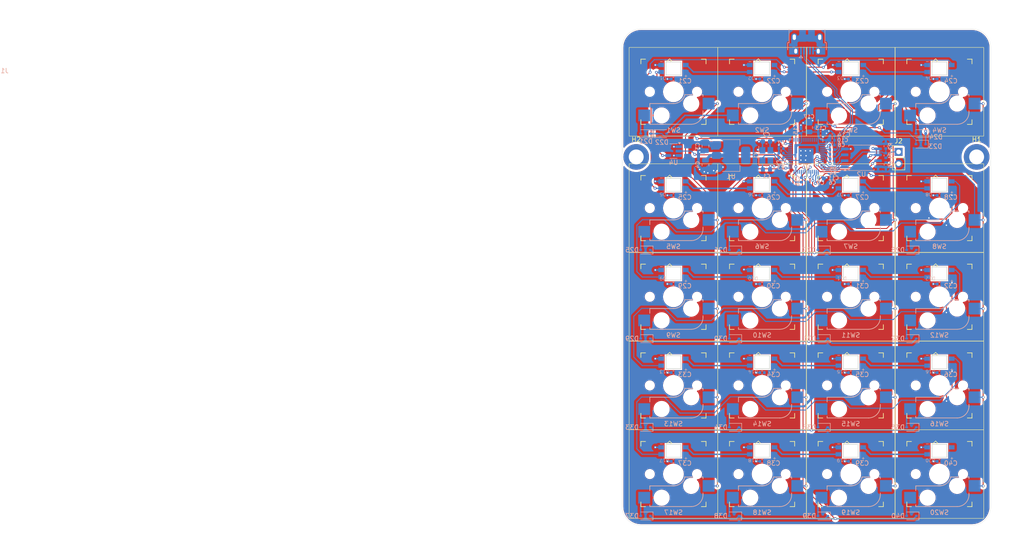
<source format=kicad_pcb>
(kicad_pcb (version 20240108) (generator "pcbnew") (generator_version "8.0")
  (layers (0 "F.Cu" signal) (31 "B.Cu" signal) (34 "B.Paste" user) (35 "F.Paste" user) (36 "B.SilkS" user "B.Silkscreen") (37 "F.SilkS" user "F.Silkscreen") (38 "B.Mask" user) (39 "F.Mask" user) (44 "Edge.Cuts" user))
  (net 0 "")
  (net 1 "GND")
  (net 2 "/XIN")
  (net 3 "Net-(C2-Pad1)")
  (net 4 "VBUS")
  (net 5 "+3V3")
  (net 6 "+1V1")
  (net 7 "/GPIO9")
  (net 8 "Net-(D1-DOUT)")
  (net 9 "Net-(D2-DOUT)")
  (net 10 "Net-(D3-DOUT)")
  (net 11 "Net-(D4-DOUT)")
  (net 12 "Net-(D5-DOUT)")
  (net 13 "Net-(D6-DOUT)")
  (net 14 "Net-(D7-DOUT)")
  (net 15 "Net-(D8-DOUT)")
  (net 16 "Net-(D10-DIN)")
  (net 17 "Net-(D10-DOUT)")
  (net 18 "Net-(D11-DOUT)")
  (net 19 "Net-(D12-DOUT)")
  (net 20 "Net-(D13-DOUT)")
  (net 21 "Net-(D14-DOUT)")
  (net 22 "Net-(D15-DOUT)")
  (net 23 "Net-(D16-DOUT)")
  (net 24 "Net-(D17-DOUT)")
  (net 25 "Net-(D18-DOUT)")
  (net 26 "Net-(D19-DOUT)")
  (net 28 "/~{USB_BOOT}")
  (net 29 "/QSPI_SS")
  (net 30 "/XOUT")
  (net 31 "/USB_D+")
  (net 32 "Net-(U3-USB_DP)")
  (net 33 "/USB_D-")
  (net 34 "Net-(U3-USB_DM)")
  (net 35 "/GPIO5")
  (net 36 "/GPIO0")
  (net 37 "/GPIO6")
  (net 38 "/GPIO7")
  (net 39 "/GPIO8")
  (net 40 "/GPIO1")
  (net 41 "/GPIO2")
  (net 42 "/GPIO3")
  (net 43 "/GPIO4")
  (net 44 "/QSPI_SCLK")
  (net 45 "/QSPI_SD1")
  (net 46 "/QSPI_SD2")
  (net 47 "/QSPI_SD0")
  (net 48 "/QSPI_SD3")
  (net 49 "/SWCLK")
  (net 50 "/GPIO27_ADC1")
  (net 51 "/RUN")
  (net 52 "/SWD")
  (net 53 "/GPIO26_ADC0")
  (net 54 "/GPIO29_ADC3")
  (net 55 "/GPIO28_ADC2")
  (net 57 "/Neo-pixel")
  (net 58 "Net-(D21-A)")
  (net 59 "Net-(D22-A)")
  (net 60 "Net-(D23-A)")
  (net 61 "Net-(D24-A)")
  (net 62 "Net-(D25-A)")
  (net 63 "Net-(D26-A)")
  (net 64 "Net-(D27-A)")
  (net 65 "Net-(D28-A)")
  (net 66 "Net-(D29-A)")
  (net 67 "Net-(D30-A)")
  (net 68 "Net-(D31-A)")
  (net 69 "Net-(D32-A)")
  (net 70 "Net-(D33-A)")
  (net 71 "Net-(D34-A)")
  (net 72 "Net-(D35-A)")
  (net 73 "Net-(D36-A)")
  (net 74 "Net-(D37-A)")
  (net 75 "Net-(D38-A)")
  (net 76 "Net-(D39-A)")
  (net 77 "Net-(D40-A)")
  (footprint "keyswitches:Kailh_socket_MX" (layer "F.Cu") (at 49.05 50 180)
    (property "Reference" "SW6")
    (property "Value" "SW_SPST")
  )
  (footprint "Connector_PinHeader_2.54mm:PinHeader_1x02_P2.54mm_Vertical" (layer "F.Cu") (at 78.385 37.9125)
    (property "Reference" "J2")
    (property "Value" "Conn_01x02")
  )
  (footprint "neoPixel:NEO3535_REVERSECorrected" (layer "F.Cu") (at 87.15 20)
    (property "Reference" "D4")
    (property "Value" "NeoPixel_THT" (hide yes))
    (fp_line (start -1.6 -1.4) (end -0.7 -1.4) (stroke (width 0.127)) (layer "Edge.Cuts"))
    (fp_line (start -1.6 -0.5) (end -1.6 -1.4) (stroke (width 0.127)) (layer "Edge.Cuts"))
    (fp_line (start -1.6 1.4) (end -1.6 -0.5) (stroke (width 0.127)) (layer "Edge.Cuts"))
    (fp_line (start -0.7 -1.4) (end 1.6 -1.4) (stroke (width 0.127)) (layer "Edge.Cuts"))
    (fp_line (start 1.6 -1.4) (end 1.6 1.4) (stroke (width 0.127)) (layer "Edge.Cuts"))
    (fp_line (start 1.6 1.4) (end -1.6 1.4) (stroke (width 0.127)) (layer "Edge.Cuts"))
  )
  (footprint "keyswitches:Kailh_socket_MX" (layer "F.Cu") (at 49.05 69.05 180)
    (property "Reference" "SW10")
    (property "Value" "SW_SPST")
  )
  (footprint "neoPixel:NEO3535_REVERSECorrected" (layer "F.Cu") (at 68.1 45)
    (property "Reference" "D7")
    (property "Value" "NeoPixel_THT" (hide yes))
    (fp_line (start -1.6 -1.4) (end -0.7 -1.4) (stroke (width 0.127)) (layer "Edge.Cuts"))
    (fp_line (start -1.6 -0.5) (end -1.6 -1.4) (stroke (width 0.127)) (layer "Edge.Cuts"))
    (fp_line (start -1.6 1.4) (end -1.6 -0.5) (stroke (width 0.127)) (layer "Edge.Cuts"))
    (fp_line (start -0.7 -1.4) (end 1.6 -1.4) (stroke (width 0.127)) (layer "Edge.Cuts"))
    (fp_line (start 1.6 -1.4) (end 1.6 1.4) (stroke (width 0.127)) (layer "Edge.Cuts"))
    (fp_line (start 1.6 1.4) (end -1.6 1.4) (stroke (width 0.127)) (layer "Edge.Cuts"))
  )
  (footprint "keyswitches:Kailh_socket_MX" (layer "F.Cu") (at 68.1 50 180)
    (property "Reference" "SW7")
    (property "Value" "SW_SPST")
  )
  (footprint "neoPixel:NEO3535_REVERSECorrected" (layer "F.Cu") (at 49.05 20)
    (property "Reference" "D2")
    (property "Value" "NeoPixel_THT" (hide yes))
    (fp_line (start -1.6 -1.4) (end -0.7 -1.4) (stroke (width 0.127)) (layer "Edge.Cuts"))
    (fp_line (start -1.6 -0.5) (end -1.6 -1.4) (stroke (width 0.127)) (layer "Edge.Cuts"))
    (fp_line (start -1.6 1.4) (end -1.6 -0.5) (stroke (width 0.127)) (layer "Edge.Cuts"))
    (fp_line (start -0.7 -1.4) (end 1.6 -1.4) (stroke (width 0.127)) (layer "Edge.Cuts"))
    (fp_line (start 1.6 -1.4) (end 1.6 1.4) (stroke (width 0.127)) (layer "Edge.Cuts"))
    (fp_line (start 1.6 1.4) (end -1.6 1.4) (stroke (width 0.127)) (layer "Edge.Cuts"))
  )
  (footprint "keyswitches:Kailh_socket_MX" (layer "F.Cu") (at 30 107.15 180)
    (property "Reference" "SW17")
    (property "Value" "SW_SPST")
  )
  (footprint "keyswitches:Kailh_socket_MX" (layer "F.Cu") (at 87.15 88.1 180)
    (property "Reference" "SW16")
    (property "Value" "SW_SPST")
  )
  (footprint "neoPixel:NEO3535_REVERSECorrected" (layer "F.Cu") (at 68.1 64.05)
    (property "Reference" "D11")
    (property "Value" "NeoPixel_THT" (hide yes))
    (fp_line (start -1.6 -1.4) (end -0.7 -1.4) (stroke (width 0.127)) (layer "Edge.Cuts"))
    (fp_line (start -1.6 -0.5) (end -1.6 -1.4) (stroke (width 0.127)) (layer "Edge.Cuts"))
    (fp_line (start -1.6 1.4) (end -1.6 -0.5) (stroke (width 0.127)) (layer "Edge.Cuts"))
    (fp_line (start -0.7 -1.4) (end 1.6 -1.4) (stroke (width 0.127)) (layer "Edge.Cuts"))
    (fp_line (start 1.6 -1.4) (end 1.6 1.4) (stroke (width 0.127)) (layer "Edge.Cuts"))
    (fp_line (start 1.6 1.4) (end -1.6 1.4) (stroke (width 0.127)) (layer "Edge.Cuts"))
  )
  (footprint "neoPixel:NEO3535_REVERSECorrected" (layer "F.Cu") (at 87.15 102.15)
    (property "Reference" "D20")
    (property "Value" "NeoPixel_THT" (hide yes))
    (fp_line (start -1.6 -1.4) (end -0.7 -1.4) (stroke (width 0.127)) (layer "Edge.Cuts"))
    (fp_line (start -1.6 -0.5) (end -1.6 -1.4) (stroke (width 0.127)) (layer "Edge.Cuts"))
    (fp_line (start -1.6 1.4) (end -1.6 -0.5) (stroke (width 0.127)) (layer "Edge.Cuts"))
    (fp_line (start -0.7 -1.4) (end 1.6 -1.4) (stroke (width 0.127)) (layer "Edge.Cuts"))
    (fp_line (start 1.6 -1.4) (end 1.6 1.4) (stroke (width 0.127)) (layer "Edge.Cuts"))
    (fp_line (start 1.6 1.4) (end -1.6 1.4) (stroke (width 0.127)) (layer "Edge.Cuts"))
  )
  (footprint "neoPixel:NEO3535_REVERSECorrected" (layer "F.Cu") (at 49.05 64.05)
    (property "Reference" "D10")
    (property "Value" "NeoPixel_THT" (hide yes))
    (fp_line (start -1.6 -1.4) (end -0.7 -1.4) (stroke (width 0.127)) (layer "Edge.Cuts"))
    (fp_line (start -1.6 -0.5) (end -1.6 -1.4) (stroke (width 0.127)) (layer "Edge.Cuts"))
    (fp_line (start -1.6 1.4) (end -1.6 -0.5) (stroke (width 0.127)) (layer "Edge.Cuts"))
    (fp_line (start -0.7 -1.4) (end 1.6 -1.4) (stroke (width 0.127)) (layer "Edge.Cuts"))
    (fp_line (start 1.6 -1.4) (end 1.6 1.4) (stroke (width 0.127)) (layer "Edge.Cuts"))
    (fp_line (start 1.6 1.4) (end -1.6 1.4) (stroke (width 0.127)) (layer "Edge.Cuts"))
  )
  (footprint "neoPixel:NEO3535_REVERSECorrected" (layer "F.Cu") (at 30 20)
    (property "Reference" "D1")
    (property "Value" "NeoPixel_THT" (hide yes))
    (fp_line (start -1.6 -1.4) (end -0.7 -1.4) (stroke (width 0.127)) (layer "Edge.Cuts"))
    (fp_line (start -1.6 -0.5) (end -1.6 -1.4) (stroke (width 0.127)) (layer "Edge.Cuts"))
    (fp_line (start -1.6 1.4) (end -1.6 -0.5) (stroke (width 0.127)) (layer "Edge.Cuts"))
    (fp_line (start -0.7 -1.4) (end 1.6 -1.4) (stroke (width 0.127)) (layer "Edge.Cuts"))
    (fp_line (start 1.6 -1.4) (end 1.6 1.4) (stroke (width 0.127)) (layer "Edge.Cuts"))
    (fp_line (start 1.6 1.4) (end -1.6 1.4) (stroke (width 0.127)) (layer "Edge.Cuts"))
  )
  (footprint "keyswitches:Kailh_socket_MX" (layer "F.Cu") (at 87.15 69.05 180)
    (property "Reference" "SW12")
    (property "Value" "SW_SPST")
  )
  (footprint "keyswitches:Kailh_socket_MX" (layer "F.Cu") (at 68.1 107.15 180)
    (property "Reference" "SW19")
    (property "Value" "SW_SPST")
  )
  (footprint "keyswitches:Kailh_socket_MX" (layer "F.Cu") (at 87.15 107.15 180)
    (property "Reference" "SW20")
    (property "Value" "SW_SPST")
  )
  (footprint "keyswitches:Kailh_socket_MX" (layer "F.Cu") (at 87.15 50 180)
    (property "Reference" "SW8")
    (property "Value" "SW_SPST")
  )
  (footprint "neoPixel:NEO3535_REVERSECorrected" (layer "F.Cu") (at 87.15 64.05)
    (property "Reference" "D12")
    (property "Value" "NeoPixel_THT" (hide yes))
    (fp_line (start -1.6 -1.4) (end -0.7 -1.4) (stroke (width 0.127)) (layer "Edge.Cuts"))
    (fp_line (start -1.6 -0.5) (end -1.6 -1.4) (stroke (width 0.127)) (layer "Edge.Cuts"))
    (fp_line (start -1.6 1.4) (end -1.6 -0.5) (stroke (width 0.127)) (layer "Edge.Cuts"))
    (fp_line (start -0.7 -1.4) (end 1.6 -1.4) (stroke (width 0.127)) (layer "Edge.Cuts"))
    (fp_line (start 1.6 -1.4) (end 1.6 1.4) (stroke (width 0.127)) (layer "Edge.Cuts"))
    (fp_line (start 1.6 1.4) (end -1.6 1.4) (stroke (width 0.127)) (layer "Edge.Cuts"))
  )
  (footprint "neoPixel:NEO3535_REVERSECorrected" (layer "F.Cu") (at 30 83.1)
    (property "Reference" "D13")
    (property "Value" "NeoPixel_THT" (hide yes))
    (fp_line (start -1.6 -1.4) (end -0.7 -1.4) (stroke (width 0.127)) (layer "Edge.Cuts"))
    (fp_line (start -1.6 -0.5) (end -1.6 -1.4) (stroke (width 0.127)) (layer "Edge.Cuts"))
    (fp_line (start -1.6 1.4) (end -1.6 -0.5) (stroke (width 0.127)) (layer "Edge.Cuts"))
    (fp_line (start -0.7 -1.4) (end 1.6 -1.4) (stroke (width 0.127)) (layer "Edge.Cuts"))
    (fp_line (start 1.6 -1.4) (end 1.6 1.4) (stroke (width 0.127)) (layer "Edge.Cuts"))
    (fp_line (start 1.6 1.4) (end -1.6 1.4) (stroke (width 0.127)) (layer "Edge.Cuts"))
  )
  (footprint "neoPixel:NEO3535_REVERSECorrected" (layer "F.Cu") (at 68.1 83.1)
    (property "Reference" "D15")
    (property "Value" "NeoPixel_THT" (hide yes))
    (fp_line (start -1.6 -1.4) (end -0.7 -1.4) (stroke (width 0.127)) (layer "Edge.Cuts"))
    (fp_line (start -1.6 -0.5) (end -1.6 -1.4) (stroke (width 0.127)) (layer "Edge.Cuts"))
    (fp_line (start -1.6 1.4) (end -1.6 -0.5) (stroke (width 0.127)) (layer "Edge.Cuts"))
    (fp_line (start -0.7 -1.4) (end 1.6 -1.4) (stroke (width 0.127)) (layer "Edge.Cuts"))
    (fp_line (start 1.6 -1.4) (end 1.6 1.4) (stroke (width 0.127)) (layer "Edge.Cuts"))
    (fp_line (start 1.6 1.4) (end -1.6 1.4) (stroke (width 0.127)) (layer "Edge.Cuts"))
  )
  (footprint "neoPixel:NEO3535_REVERSECorrected" (layer "F.Cu") (at 87.15 45)
    (property "Reference" "D8")
    (property "Value" "NeoPixel_THT" (hide yes))
    (fp_line (start -1.6 -1.4) (end -0.7 -1.4) (stroke (width 0.127)) (layer "Edge.Cuts"))
    (fp_line (start -1.6 -0.5) (end -1.6 -1.4) (stroke (width 0.127)) (layer "Edge.Cuts"))
    (fp_line (start -1.6 1.4) (end -1.6 -0.5) (stroke (width 0.127)) (layer "Edge.Cuts"))
    (fp_line (start -0.7 -1.4) (end 1.6 -1.4) (stroke (width 0.127)) (layer "Edge.Cuts"))
    (fp_line (start 1.6 -1.4) (end 1.6 1.4) (stroke (width 0.127)) (layer "Edge.Cuts"))
    (fp_line (start 1.6 1.4) (end -1.6 1.4) (stroke (width 0.127)) (layer "Edge.Cuts"))
  )
  (footprint "neoPixel:NEO3535_REVERSECorrected" (layer "F.Cu") (at 49.05 83.1)
    (property "Reference" "D14")
    (property "Value" "NeoPixel_THT" (hide yes))
    (fp_line (start -1.6 -1.4) (end -0.7 -1.4) (stroke (width 0.127)) (layer "Edge.Cuts"))
    (fp_line (start -1.6 -0.5) (end -1.6 -1.4) (stroke (width 0.127)) (layer "Edge.Cuts"))
    (fp_line (start -1.6 1.4) (end -1.6 -0.5) (stroke (width 0.127)) (layer "Edge.Cuts"))
    (fp_line (start -0.7 -1.4) (end 1.6 -1.4) (stroke (width 0.127)) (layer "Edge.Cuts"))
    (fp_line (start 1.6 -1.4) (end 1.6 1.4) (stroke (width 0.127)) (layer "Edge.Cuts"))
    (fp_line (start 1.6 1.4) (end -1.6 1.4) (stroke (width 0.127)) (layer "Edge.Cuts"))
  )
  (footprint "neoPixel:NEO3535_REVERSECorrected" (layer "F.Cu") (at 49.05 102.15)
    (property "Reference" "D18")
    (property "Value" "NeoPixel_THT" (hide yes))
    (fp_line (start -1.6 -1.4) (end -0.7 -1.4) (stroke (width 0.127)) (layer "Edge.Cuts"))
    (fp_line (start -1.6 -0.5) (end -1.6 -1.4) (stroke (width 0.127)) (layer "Edge.Cuts"))
    (fp_line (start -1.6 1.4) (end -1.6 -0.5) (stroke (width 0.127)) (layer "Edge.Cuts"))
    (fp_line (start -0.7 -1.4) (end 1.6 -1.4) (stroke (width 0.127)) (layer "Edge.Cuts"))
    (fp_line (start 1.6 -1.4) (end 1.6 1.4) (stroke (width 0.127)) (layer "Edge.Cuts"))
    (fp_line (start 1.6 1.4) (end -1.6 1.4) (stroke (width 0.127)) (layer "Edge.Cuts"))
  )
  (footprint "neoPixel:NEO3535_REVERSECorrected" (layer "F.Cu") (at 30 64.05)
    (property "Reference" "D9")
    (property "Value" "NeoPixel_THT" (hide yes))
    (fp_line (start -1.6 -1.4) (end -0.7 -1.4) (stroke (width 0.127)) (layer "Edge.Cuts"))
    (fp_line (start -1.6 -0.5) (end -1.6 -1.4) (stroke (width 0.127)) (layer "Edge.Cuts"))
    (fp_line (start -1.6 1.4) (end -1.6 -0.5) (stroke (width 0.127)) (layer "Edge.Cuts"))
    (fp_line (start -0.7 -1.4) (end 1.6 -1.4) (stroke (width 0.127)) (layer "Edge.Cuts"))
    (fp_line (start 1.6 -1.4) (end 1.6 1.4) (stroke (width 0.127)) (layer "Edge.Cuts"))
    (fp_line (start 1.6 1.4) (end -1.6 1.4) (stroke (width 0.127)) (layer "Edge.Cuts"))
  )
  (footprint "keyswitches:Kailh_socket_MX" (layer "F.Cu") (at 49.05 107.15 180)
    (property "Reference" "SW18")
    (property "Value" "SW_SPST")
  )
  (footprint "keyswitches:Kailh_socket_MX" (layer "F.Cu") (at 30 69.05 180)
    (property "Reference" "SW9")
    (property "Value" "SW_SPST")
  )
  (footprint "keyswitches:Kailh_socket_MX" (layer "F.Cu") (at 30 25 180)
    (property "Reference" "SW1")
    (property "Value" "SW_SPST")
  )
  (footprint "keyswitches:Kailh_socket_MX" (layer "F.Cu") (at 49.05 25 180)
    (property "Reference" "SW2")
    (property "Value" "SW_SPST")
  )
  (footprint "neoPixel:NEO3535_REVERSECorrected" (layer "F.Cu") (at 68.15 20)
    (property "Reference" "D3")
    (property "Value" "NeoPixel_THT" (hide yes))
    (fp_line (start -1.6 -1.4) (end -0.7 -1.4) (stroke (width 0.127)) (layer "Edge.Cuts"))
    (fp_line (start -1.6 -0.5) (end -1.6 -1.4) (stroke (width 0.127)) (layer "Edge.Cuts"))
    (fp_line (start -1.6 1.4) (end -1.6 -0.5) (stroke (width 0.127)) (layer "Edge.Cuts"))
    (fp_line (start -0.7 -1.4) (end 1.6 -1.4) (stroke (width 0.127)) (layer "Edge.Cuts"))
    (fp_line (start 1.6 -1.4) (end 1.6 1.4) (stroke (width 0.127)) (layer "Edge.Cuts"))
    (fp_line (start 1.6 1.4) (end -1.6 1.4) (stroke (width 0.127)) (layer "Edge.Cuts"))
  )
  (footprint "keyswitches:Kailh_socket_MX" (layer "F.Cu") (at 30 88.1 180)
    (property "Reference" "SW13")
    (property "Value" "SW_SPST")
  )
  (footprint "keyswitches:Kailh_socket_MX" (layer "F.Cu") (at 68.1 25 180)
    (property "Reference" "SW3")
    (property "Value" "SW_SPST")
  )
  (footprint "neoPixel:NEO3535_REVERSECorrected" (layer "F.Cu") (at 30 45)
    (property "Reference" "D5")
    (property "Value" "NeoPixel_THT" (hide yes))
    (fp_line (start -1.6 -1.4) (end -0.7 -1.4) (stroke (width 0.127)) (layer "Edge.Cuts"))
    (fp_line (start -1.6 -0.5) (end -1.6 -1.4) (stroke (width 0.127)) (layer "Edge.Cuts"))
    (fp_line (start -1.6 1.4) (end -1.6 -0.5) (stroke (width 0.127)) (layer "Edge.Cuts"))
    (fp_line (start -0.7 -1.4) (end 1.6 -1.4) (stroke (width 0.127)) (layer "Edge.Cuts"))
    (fp_line (start 1.6 -1.4) (end 1.6 1.4) (stroke (width 0.127)) (layer "Edge.Cuts"))
    (fp_line (start 1.6 1.4) (end -1.6 1.4) (stroke (width 0.127)) (layer "Edge.Cuts"))
  )
  (footprint "keyswitches:Kailh_socket_MX" (layer "F.Cu") (at 30 50 180)
    (property "Reference" "SW5")
    (property "Value" "SW_SPST")
  )
  (footprint "keyswitches:Kailh_socket_MX" (layer "F.Cu") (at 68.1 88.1 180)
    (property "Reference" "SW15")
    (property "Value" "SW_SPST")
  )
  (footprint "MountingHole:MountingHole_3.2mm_M3_ISO14580_Pad" (layer "F.Cu") (at 22 39)
    (property "Reference" "H2")
    (property "Value" "MountingHole")
  )
  (footprint "keyswitches:Kailh_socket_MX" (layer "F.Cu") (at 68.1 69.05 180)
    (property "Reference" "SW11")
    (property "Value" "SW_SPST")
  )
  (footprint "neoPixel:NEO3535_REVERSECorrected" (layer "F.Cu") (at 68.1 102.15)
    (property "Reference" "D19")
    (property "Value" "NeoPixel_THT" (hide yes))
    (fp_line (start -1.6 -1.4) (end -0.7 -1.4) (stroke (width 0.127)) (layer "Edge.Cuts"))
    (fp_line (start -1.6 -0.5) (end -1.6 -1.4) (stroke (width 0.127)) (layer "Edge.Cuts"))
    (fp_line (start -1.6 1.4) (end -1.6 -0.5) (stroke (width 0.127)) (layer "Edge.Cuts"))
    (fp_line (start -0.7 -1.4) (end 1.6 -1.4) (stroke (width 0.127)) (layer "Edge.Cuts"))
    (fp_line (start 1.6 -1.4) (end 1.6 1.4) (stroke (width 0.127)) (layer "Edge.Cuts"))
    (fp_line (start 1.6 1.4) (end -1.6 1.4) (stroke (width 0.127)) (layer "Edge.Cuts"))
  )
  (footprint "neoPixel:NEO3535_REVERSECorrected" (layer "F.Cu") (at 49.05 45)
    (property "Reference" "D6")
    (property "Value" "NeoPixel_THT" (hide yes))
    (fp_line (start -1.6 -1.4) (end -0.7 -1.4) (stroke (width 0.127)) (layer "Edge.Cuts"))
    (fp_line (start -1.6 -0.5) (end -1.6 -1.4) (stroke (width 0.127)) (layer "Edge.Cuts"))
    (fp_line (start -1.6 1.4) (end -1.6 -0.5) (stroke (width 0.127)) (layer "Edge.Cuts"))
    (fp_line (start -0.7 -1.4) (end 1.6 -1.4) (stroke (width 0.127)) (layer "Edge.Cuts"))
    (fp_line (start 1.6 -1.4) (end 1.6 1.4) (stroke (width 0.127)) (layer "Edge.Cuts"))
    (fp_line (start 1.6 1.4) (end -1.6 1.4) (stroke (width 0.127)) (layer "Edge.Cuts"))
  )
  (footprint "keyswitches:Kailh_socket_MX" (layer "F.Cu") (at 87.15 25 180)
    (property "Reference" "SW4")
    (property "Value" "SW_SPST")
  )
  (footprint "neoPixel:NEO3535_REVERSECorrected" (layer "F.Cu") (at 87.15 83.1)
    (property "Reference" "D16")
    (property "Value" "NeoPixel_THT" (hide yes))
    (fp_line (start -1.6 -1.4) (end -0.7 -1.4) (stroke (width 0.127)) (layer "Edge.Cuts"))
    (fp_line (start -1.6 -0.5) (end -1.6 -1.4) (stroke (width 0.127)) (layer "Edge.Cuts"))
    (fp_line (start -1.6 1.4) (end -1.6 -0.5) (stroke (width 0.127)) (layer "Edge.Cuts"))
    (fp_line (start -0.7 -1.4) (end 1.6 -1.4) (stroke (width 0.127)) (layer "Edge.Cuts"))
    (fp_line (start 1.6 -1.4) (end 1.6 1.4) (stroke (width 0.127)) (layer "Edge.Cuts"))
    (fp_line (start 1.6 1.4) (end -1.6 1.4) (stroke (width 0.127)) (layer "Edge.Cuts"))
  )
  (footprint "neoPixel:NEO3535_REVERSECorrected" (layer "F.Cu") (at 30 102.15)
    (property "Reference" "D17")
    (property "Value" "NeoPixel_THT" (hide yes))
    (fp_line (start -1.6 -1.4) (end -0.7 -1.4) (stroke (width 0.127)) (layer "Edge.Cuts"))
    (fp_line (start -1.6 -0.5) (end -1.6 -1.4) (stroke (width 0.127)) (layer "Edge.Cuts"))
    (fp_line (start -1.6 1.4) (end -1.6 -0.5) (stroke (width 0.127)) (layer "Edge.Cuts"))
    (fp_line (start -0.7 -1.4) (end 1.6 -1.4) (stroke (width 0.127)) (layer "Edge.Cuts"))
    (fp_line (start 1.6 -1.4) (end 1.6 1.4) (stroke (width 0.127)) (layer "Edge.Cuts"))
    (fp_line (start 1.6 1.4) (end -1.6 1.4) (stroke (width 0.127)) (layer "Edge.Cuts"))
  )
  (footprint "keyswitches:Kailh_socket_MX" (layer "F.Cu") (at 49.05 88.1 180)
    (property "Reference" "SW14")
    (property "Value" "SW_SPST")
  )
  (footprint "MountingHole:MountingHole_3.2mm_M3_ISO14580_Pad" (layer "F.Cu") (at 95.15 39)
    (property "Reference" "H1")
    (property "Value" "MountingHole")
  )
  (footprint "Diode_SMD:D_SOD-323" (layer "B.Cu") (at 43.05 59 180)
    (property "Reference" "D26")
    (property "Value" "1N4148WS")
  )
  (footprint "Diode_SMD:D_SOD-323" (layer "B.Cu") (at 62.1 97.1 180)
    (property "Reference" "D35")
    (property "Value" "1N4148WS")
  )
  (footprint "Capacitor_SMD:C_0402_1005Metric" (layer "B.Cu") (at 49.05 22.25 180)
    (property "Reference" "C22")
    (property "Value" "0.1u")
  )
  (footprint "Diode_SMD:D_SOD-323" (layer "B.Cu") (at 83.15 34 180)
    (property "Reference" "D24")
    (property "Value" "1N4148WS")
  )
  (footprint "Resistor_SMD:R_0402_1005Metric" (layer "B.Cu") (at 75.635 36.6875 -90)
    (property "Reference" "R2")
    (property "Value" "DNF")
  )
  (footprint "Diode_SMD:D_SOD-323" (layer "B.Cu") (at 24 59 180)
    (property "Reference" "D25")
    (property "Value" "1N4148WS")
  )
  (footprint "Capacitor_SMD:C_0402_1005Metric" (layer "B.Cu") (at 87.15 85.35 180)
    (property "Reference" "C36")
    (property "Value" "0.1u")
  )
  (footprint "Capacitor_SMD:C_0402_1005Metric" (layer "B.Cu") (at 57.385 33.4375 90)
    (property "Reference" "C15")
    (property "Value" "100n")
  )
  (footprint "Diode_SMD:D_SOD-323" (layer "B.Cu") (at 62.1 78.05 180)
    (property "Reference" "D31")
    (property "Value" "1N4148WS")
  )
  (footprint "Diode_SMD:D_SOD-323" (layer "B.Cu") (at 81.15 78.05 180)
    (property "Reference" "D32")
    (property "Value" "1N4148WS")
  )
  (footprint "Diode_SMD:D_SOD-323" (layer "B.Cu") (at 83.15 36.25 180)
    (property "Reference" "D23")
    (property "Value" "1N4148WS")
  )
  (footprint "Capacitor_SMD:C_0402_1005Metric" (layer "B.Cu") (at 64.115 34.4375)
    (property "Reference" "C14")
    (property "Value" "100n")
  )
  (footprint "Diode_SMD:D_SOD-323" (layer "B.Cu") (at 27.5 34)
    (property "Reference" "D22")
    (property "Value" "1N4148WS")
  )
  (footprint "Resistor_SMD:R_0402_1005Metric" (layer "B.Cu") (at 75.635 38.6875 -90)
    (property "Reference" "R1")
    (property "Value" "1k")
  )
  (footprint "Resistor_SMD:R_0402_1005Metric" (layer "B.Cu") (at 64.125 37.4375 180)
    (property "Reference" "R5")
    (property "Value" "27")
  )
  (footprint "Connector_USB:USB_Micro-B_Amphenol_10103594-0001LF_Horizontal" (layer "B.Cu") (at 58.725 14.385)
    (property "Reference" "J1")
    (property "Value" "USB_B_Micro")
  )
  (footprint "Capacitor_SMD:C_0402_1005Metric" (layer "B.Cu") (at 61.615 43.4375)
    (property "Reference" "C9")
    (property "Value" "100n")
  )
  (footprint "Capacitor_SMD:C_0402_1005Metric" (layer "B.Cu") (at 49.05 66.3 180)
    (property "Reference" "C30")
    (property "Value" "0.1u")
  )
  (footprint "Capacitor_SMD:C_0603_1608Metric" (layer "B.Cu") (at 49.985 41.6875)
    (property "Reference" "C1")
    (property "Value" "15p")
  )
  (footprint "Capacitor_SMD:C_0402_1005Metric" (layer "B.Cu") (at 53.135 37.1875 180)
    (property "Reference" "C7")
    (property "Value" "100n")
  )
  (footprint "Resistor_SMD:R_0402_1005Metric" (layer "B.Cu") (at 53.125 39.1875 180)
    (property "Reference" "R3")
    (property "Value" "1k")
  )
  (footprint "Package_TO_SOT_SMD:SOT-223" (layer "B.Cu") (at 42.385 38.6875)
    (property "Reference" "U1")
    (property "Value" "AMS1117-3.3SOT223")
  )
  (footprint "Capacitor_SMD:C_0402_1005Metric" (layer "B.Cu") (at 64.135 35.4375)
    (property "Reference" "C10")
    (property "Value" "1u")
  )
  (footprint "Capacitor_SMD:C_0402_1005Metric" (layer "B.Cu") (at 64.135 36.4375)
    (property "Reference" "C8")
    (property "Value" "1u")
  )
  (footprint "Capacitor_SMD:C_0805_2012Metric" (layer "B.Cu") (at 36.885 40.6875 -90)
    (property "Reference" "C4")
    (property "Value" "10u")
  )
  (footprint "Capacitor_SMD:C_0402_1005Metric" (layer "B.Cu") (at 30 22.25 180)
    (property "Reference" "C21")
    (property "Value" "0.1u")
  )
  (footprint "Diode_SMD:D_SOD-323" (layer "B.Cu") (at 81.15 59 180)
    (property "Reference" "D28")
    (property "Value" "1N4148WS")
  )
  (footprint "Capacitor_SMD:C_0402_1005Metric" (layer "B.Cu") (at 64.135 39.4375)
    (property "Reference" "C11")
    (property "Value" "100n")
  )
  (footprint "Package_DFN_QFN:QFN-56-1EP_7x7mm_P0.4mm_EP3.2x3.2mm" (layer "B.Cu") (at 58.5 38.75 90)
    (property "Reference" "U3")
    (property "Value" "RP2040")
  )
  (footprint "Diode_SMD:D_SOD-323" (layer "B.Cu") (at 81.15 97.1 180)
    (property "Reference" "D36")
    (property "Value" "1N4148WS")
  )
  (footprint "Capacitor_SMD:C_0402_1005Metric" (layer "B.Cu") (at 68.1 47.25 180)
    (property "Reference" "C27")
    (property "Value" "0.1u")
  )
  (footprint "Diode_SMD:D_SOD-323" (layer "B.Cu") (at 24 97.1 180)
    (property "Reference" "D33")
    (property "Value" "1N4148WS")
  )
  (footprint "Capacitor_SMD:C_0402_1005Metric" (layer "B.Cu") (at 61.615 33.9375)
    (property "Reference" "C13")
    (property "Value" "100n")
  )
  (footprint "Package_TO_SOT_SMD:SOT-23-5" (layer "B.Cu") (at 30 37.75 180)
    (property "Reference" "U4")
    (property "Value" "74AHCT1G125")
  )
  (footprint "Diode_SMD:D_SOD-323" (layer "B.Cu") (at 62.1 59 180)
    (property "Reference" "D27")
    (property "Value" "1N4148WS")
  )
  (footprint "Capacitor_SMD:C_0402_1005Metric" (layer "B.Cu") (at 49.05 104.4 180)
    (property "Reference" "C38")
    (property "Value" "0.1u")
  )
  (footprint "Capacitor_SMD:C_0402_1005Metric" (layer "B.Cu") (at 87.15 22.25 180)
    (property "Reference" "C24")
    (property "Value" "0.1u")
  )
  (footprint "Diode_SMD:D_SOD-323" (layer "B.Cu") (at 43.05 116.15 180)
    (property "Reference" "D38")
    (property "Value" "1N4148WS")
  )
  (footprint "Resistor_SMD:R_0402_1005Metric" (layer "B.Cu") (at 64.125 38.4375 180)
    (property "Reference" "R4")
    (property "Value" "27")
  )
  (footprint "Capacitor_SMD:C_0402_1005Metric" (layer "B.Cu") (at 49.05 85.35 180)
    (property "Reference" "C34")
    (property "Value" "0.1u")
  )
  (footprint "Capacitor_SMD:C_0402_1005Metric" (layer "B.Cu") (at 49.05 47.25 180)
    (property "Reference" "C26")
    (property "Value" "0.1u")
  )
  (footprint "Capacitor_SMD:C_0402_1005Metric" (layer "B.Cu") (at 68.1 104.4 180)
    (property "Reference" "C39")
    (property "Value" "0.1u")
  )
  (footprint "Diode_SMD:D_SOD-323" (layer "B.Cu") (at 24 116.15 180)
    (property "Reference" "D37")
    (property "Value" "1N4148WS")
  )
  (footprint "Diode_SMD:D_SOD-323" (layer "B.Cu") (at 24 78.05 180)
    (property "Reference" "D29")
    (property "Value" "1N4148WS")
  )
  (footprint "Package_SO:SOIC-8_5.23x5.23mm_P1.27mm" (layer "B.Cu") (at 70.385 39.1875)
    (property "Reference" "U2")
    (property "Value" "W25Q128JVS" (hide yes))
  )
  (footprint "Diode_SMD:D_SOD-323" (layer "B.Cu") (at 24 34 180)
    (property "Reference" "D21")
    (property "Value" "1N4148WS")
  )
  (footprint "Diode_SMD:D_SOD-323" (layer "B.Cu") (at 43.05 78.05 180)
    (property "Reference" "D30")
    (property "Value" "1N4148WS")
  )
  (footprint "Capacitor_SMD:C_0402_1005Metric" (layer "B.Cu") (at 87.15 104.4 180)
    (property "Reference" "C40")
    (property "Value" "0.1u")
  )
  (footprint "Capacitor_SMD:C_0402_1005Metric" (layer "B.Cu") (at 30 85.35 180)
    (property "Reference" "C33")
    (property "Value" "0.1u")
  )
  (footprint "Capacitor_SMD:C_0402_1005Metric" (layer "B.Cu") (at 68.1 85.35 180)
    (property "Reference" "C35")
    (property "Value" "0.1u")
  )
  (footprint "Capacitor_SMD:C_0603_1608Metric" (layer "B.Cu") (at 49.985 35.6875 180)
    (property "Reference" "C2")
    (property "Value" "15p")
  )
  (footprint "Capacitor_SMD:C_0402_1005Metric" (layer "B.Cu") (at 30 104.4 180)
    (property "Reference" "C37")
    (property "Value" "0.1u")
  )
  (footprint "Capacitor_SMD:C_0402_1005Metric" (layer "B.Cu") (at 30 66.3 180)
    (property "Reference" "C29")
    (property "Value" "0.1u")
  )
  (footprint "Capacitor_SMD:C_0402_1005Metric" (layer "B.Cu") (at 68.1 22.25 180)
    (property "Reference" "C23")
    (property "Value" "0.1u")
  )
  (footprint "Capacitor_SMD:C_0402_1005Metric" (layer "B.Cu") (at 53.135 38.1875 180)
    (property "Reference" "C12")
    (property "Value" "100n")
  )
  (footprint "Capacitor_SMD:C_0402_1005Metric" (layer "B.Cu") (at 57.5 43.9375 -90)
    (property "Reference" "C16" (hide yes))
    (property "Value" "100n")
  )
  (footprint "Crystal:Crystal_SMD_3225-4Pin_3.2x2.5mm" (layer "B.Cu") (at 49.985 38.6875 90)
    (property "Reference" "Y1")
    (property "Value" "ABM8-272-T3")
  )
  (footprint "Capacitor_SMD:C_0402_1005Metric" (layer "B.Cu") (at 75.635 40.7075 90)
    (property "Reference" "C5")
    (property "Value" "100n")
  )
  (footprint "Diode_SMD:D_SOD-323" (layer "B.Cu") (at 81.15 116.15 180)
    (property "Reference" "D40")
    (property "Value" "1N4148WS")
  )
  (footprint "Capacitor_SMD:C_0805_2012Metric" (layer "B.Cu") (at 59.135 32.6875 90)
    (property "Reference" "C17")
    (property "Value" "10u")
  )
  (footprint "Capacitor_SMD:C_0402_1005Metric" (layer "B.Cu") (at 64.135 40.4375)
    (property "Reference" "C6")
    (property "Value" "100n")
  )
  (footprint "Diode_SMD:D_SOD-323" (layer "B.Cu") (at 43.05 97.1 180)
    (property "Reference" "D34")
    (property "Value" "1N4148WS")
  )
  (footprint "Capacitor_SMD:C_0402_1005Metric" (layer "B.Cu") (at 30 47.25 180)
    (property "Reference" "C25")
    (property "Value" "0.1u")
  )
  (footprint "Capacitor_SMD:C_0402_1005Metric" (layer "B.Cu") (at 87.15 47.25 180)
    (property "Reference" "C28")
    (property "Value" "0.1u")
  )
  (footprint "Capacitor_SMD:C_0805_2012Metric" (layer "B.Cu") (at 36.885 36.6875 -90)
    (property "Reference" "C3")
    (property "Value" "10u")
  )
  (footprint "Capacitor_SMD:C_0402_1005Metric" (layer "B.Cu") (at 68.1 66.3 180)
    (property "Reference" "C31")
    (property "Value" "0.1u")
  )
  (footprint "Capacitor_SMD:C_0402_1005Metric" (layer "B.Cu") (at 87.15 66.3 180)
    (property "Reference" "C32")
    (property "Value" "0.1u")
  )
  (footprint "Diode_SMD:D_SOD-323" (layer "B.Cu") (at 62.1 116.15 180)
    (property "Reference" "D39")
    (property "Value" "1N4148WS")
  )
  (gr_line (start 94.15 118.15) (end 23 118.15) (stroke (width 0.05)) (layer "Edge.Cuts"))
  (gr_arc (start 98.15 114.15) (mid 96.978427 116.978427) (end 94.15 118.15) (stroke (width 0.05)) (layer "Edge.Cuts"))
  (gr_line (start 98.15 15.5) (end 98.15 114.15) (stroke (width 0.05)) (layer "Edge.Cuts"))
  (gr_arc (start 19 15.5) (mid 20.171573 12.671573) (end 23 11.5) (stroke (width 0.05)) (layer "Edge.Cuts"))
  (gr_line (start 19 114.15) (end 19 15.5) (stroke (width 0.05)) (layer "Edge.Cuts"))
  (gr_line (start 23 11.5) (end 94.15 11.5) (stroke (width 0.05)) (layer "Edge.Cuts"))
  (gr_arc (start 94.15 11.5) (mid 96.978427 12.671573) (end 98.15 15.5) (stroke (width 0.05)) (layer "Edge.Cuts"))
  (gr_arc (start 23 118.15) (mid 20.171573 116.978427) (end 19 114.15) (stroke (width 0.05)) (layer "Edge.Cuts"))
  (gr_text "C16" (at 56.635 44.1375 90) (layer "B.SilkS") (effects (font (size 0.8 0.8)) (justify mirror)))
  (via (at 66.8 104.4) (size 0.6) (drill 0.3) (layers "F.Cu" "B.Cu") (net 1))
  (via (at 83.25 63.3) (size 0.6) (drill 0.3) (layers "F.Cu" "B.Cu") (net 1))
  (via (at 66.8 47.25) (size 0.6) (drill 0.3) (layers "F.Cu" "B.Cu") (net 1))
  (via (at 59.885 31.1875) (size 0.6) (drill 0.3) (layers "F.Cu" "B.Cu") (net 1))
  (via (at 64.25 45.6) (size 0.6) (drill 0.3) (layers "F.Cu" "B.Cu") (net 1))
  (via (at 83.25 19.25) (size 0.6) (drill 0.3) (layers "F.Cu" "B.Cu") (net 1))
  (via (at 57.385 37.6875) (size 0.6) (drill 0.3) (layers "F.Cu" "B.Cu") (net 1))
  (via (at 26.1 63.3) (size 0.6) (drill 0.3) (layers "F.Cu" "B.Cu") (net 1))
  (via (at 28.7 85.35) (size 0.6) (drill 0.3) (layers "F.Cu" "B.Cu") (net 1))
  (via (at 58.385 39.6875) (size 0.6) (drill 0.3) (layers "F.Cu" "B.Cu") (net 1))
  (via (at 63.385 33.4375) (size 0.6) (drill 0.3) (layers "F.Cu" "B.Cu") (net 1))
  (via (at 47.75 85.35) (size 0.6) (drill 0.3) (layers "F.Cu" "B.Cu") (net 1))
  (via (at 59.385 37.6875) (size 0.6) (drill 0.3) (layers "F.Cu" "B.Cu") (net 1))
  (via (at 57.385 38.6875) (size 0.6) (drill 0.3) (layers "F.Cu" "B.Cu") (net 1))
  (via (at 68.085 37.2875) (size 0.6) (drill 0.3) (layers "F.Cu" "B.Cu") (net 1))
  (via (at 85.85 104.4) (size 0.6) (drill 0.3) (layers "F.Cu" "B.Cu") (net 1))
  (via (at 85.85 22.25) (size 0.6) (drill 0.3) (layers "F.Cu" "B.Cu") (net 1))
  (via (at 37.385 42.4375) (size 0.6) (drill 0.3) (layers "F.Cu" "B.Cu") (net 1))
  (via (at 28.7 22.25) (size 0.6) (drill 0.3) (layers "F.Cu" "B.Cu") (net 1))
  (via (at 35.635 37.1875) (size 0.6) (drill 0.3) (layers "F.Cu" "B.Cu") (net 1))
  (via (at 35.635 41.6875) (size 0.6) (drill 0.3) (layers "F.Cu" "B.Cu") (net 1))
  (via (at 26.1 101.4) (size 0.6) (drill 0.3) (layers "F.Cu" "B.Cu") (net 1))
  (via (at 39.385 41.9375) (size 0.6) (drill 0.3) (layers "F.Cu" "B.Cu") (net 1))
  (via (at 45.15 82.35) (size 0.6) (drill 0.3) (layers "F.Cu" "B.Cu") (net 1))
  (via (at 66.8 66.3) (size 0.6) (drill 0.3) (layers "F.Cu" "B.Cu") (net 1))
  (via (at 64.2 82.35) (size 0.6) (drill 0.3) (layers "F.Cu" "B.Cu") (net 1))
  (via (at 58.5 38.75) (size 0.6) (drill 0.3) (layers "F.Cu" "B.Cu") (net 1))
  (via (at 51.635 40.9375) (size 0.6) (drill 0.3) (layers "F.Cu" "B.Cu") (net 1))
  (via (at 66.8 22.25) (size 0.6) (drill 0.3) (layers "F.Cu" "B.Cu") (net 1))
  (via (at 64.2 101.4) (size 0.6) (drill 0.3) (layers "F.Cu" "B.Cu") (net 1))
  (via (at 59.135 30.6875) (size 0.6) (drill 0.3) (layers "F.Cu" "B.Cu") (net 1))
  (via (at 30.1 36.8) (size 0.6) (drill 0.3) (layers "F.Cu" "B.Cu") (net 1))
  (via (at 28.7 104.4) (size 0.6) (drill 0.3) (layers "F.Cu" "B.Cu") (net 1))
  (via (at 28.7 47.25) (size 0.6) (drill 0.3) (layers "F.Cu" "B.Cu") (net 1))
  (via (at 85.85 47.25) (size 0.6) (drill 0.3) (layers "F.Cu" "B.Cu") (net 1))
  (via (at 83.25 101.4) (size 0.6) (drill 0.3) (layers "F.Cu" "B.Cu") (net 1))
  (via (at 54.85 43.05) (size 0.6) (drill 0.3) (layers "F.Cu" "B.Cu") (net 1))
  (via (at 58.385 37.6875) (size 0.6) (drill 0.3) (layers "F.Cu" "B.Cu") (net 1))
  (via (at 45.15 19.25) (size 0.6) (drill 0.3) (layers "F.Cu" "B.Cu") (net 1))
  (via (at 45.15 44.25) (size 0.6) (drill 0.3) (layers "F.Cu" "B.Cu") (net 1))
  (via (at 28.7 66.3) (size 0.6) (drill 0.3) (layers "F.Cu" "B.Cu") (net 1))
  (via (at 47.75 104.4) (size 0.6) (drill 0.3) (layers "F.Cu" "B.Cu") (net 1))
  (via (at 64.25 19.25) (size 0.6) (drill 0.3) (layers "F.Cu" "B.Cu") (net 1))
  (via (at 52.635 36.4375) (size 0.6) (drill 0.3) (layers "F.Cu" "B.Cu") (net 1))
  (via (at 26.1 19.25) (size 0.6) (drill 0.3) (layers "F.Cu" "B.Cu") (net 1))
  (via (at 62.885 43.4375) (size 0.6) (drill 0.3) (layers "F.Cu" "B.Cu") (net 1))
  (via (at 48.135 37.4375) (size 0.6) (drill 0.3) (layers "F.Cu" "B.Cu") (net 1))
  (via (at 85.85 66.3) (size 0.6) (drill 0.3) (layers "F.Cu" "B.Cu") (net 1))
  (via (at 85.85 85.35) (size 0.6) (drill 0.3) (layers "F.Cu" "B.Cu") (net 1))
  (via (at 62.135 44.1875) (size 0.6) (drill 0.3) (layers "F.Cu" "B.Cu") (net 1))
  (via (at 36.635 42.1875) (size 0.6) (drill 0.3) (layers "F.Cu" "B.Cu") (net 1))
  (via (at 30.1 38.7) (size 0.6) (drill 0.3) (layers "F.Cu" "B.Cu") (net 1))
  (via (at 26.1 44.25) (size 0.6) (drill 0.3) (layers "F.Cu" "B.Cu") (net 1))
  (via (at 83.25 44.25) (size 0.6) (drill 0.3) (layers "F.Cu" "B.Cu") (net 1))
  (via (at 57.885 31.6875) (size 0.6) (drill 0.3) (layers "F.Cu" "B.Cu") (net 1))
  (via (at 57.385 32.1875) (size 0.6) (drill 0.3) (layers "F.Cu" "B.Cu") (net 1))
  (via (at 47.75 66.3) (size 0.6) (drill 0.3) (layers "F.Cu" "B.Cu") (net 1))
  (via (at 66.8 85.35) (size 0.6) (drill 0.3) (layers "F.Cu" "B.Cu") (net 1))
  (via (at 47.75 22.25) (size 0.6) (drill 0.3) (layers "F.Cu" "B.Cu") (net 1))
  (via (at 26.1 82.35) (size 0.6) (drill 0.3) (layers "F.Cu" "B.Cu") (net 1))
  (via (at 35.635 37.9375) (size 0.6) (drill 0.3) (layers "F.Cu" "B.Cu") (net 1))
  (via (at 50.835 40.9375) (size 0.6) (drill 0.3) (layers "F.Cu" "B.Cu") (net 1))
  (via (at 40.635 41.1875) (size 0.6) (drill 0.3) (layers "F.Cu" "B.Cu") (net 1))
  (via (at 62.885 33.9375) (size 0.6) (drill 0.3) (layers "F.Cu" "B.Cu") (net 1))
  (via (at 76.285 40.2375) (size 0.6) (drill 0.3) (layers "F.Cu" "B.Cu") (net 1))
  (via (at 47.75 47.25) (size 0.6) (drill 0.3) (layers "F.Cu" "B.Cu") (net 1))
  (via (at 57.385 39.6875) (size 0.6) (drill 0.3) (layers "F.Cu" "B.Cu") (net 1))
  (via (at 83.25 82.35) (size 0.6) (drill 0.3) (layers "F.Cu" "B.Cu") (net 1))
  (via (at 38.635 41.9375) (size 0.6) (drill 0.3) (layers "F.Cu" "B.Cu") (net 1))
  (via (at 62.135 33.1875) (size 0.6) (drill 0.3) (layers "F.Cu" "B.Cu") (net 1))
  (via (at 45.15 63.2) (size 0.6) (drill 0.3) (layers "F.Cu" "B.Cu") (net 1))
  (via (at 45.15 101.4) (size 0.6) (drill 0.3) (layers "F.Cu" "B.Cu") (net 1))
  (via (at 64.2 63.3) (size 0.6) (drill 0.3) (layers "F.Cu" "B.Cu") (net 1))
  (via (at 62.135 34.6875) (size 0.6) (drill 0.3) (layers "F.Cu" "B.Cu") (net 1))
  (via (at 48.385 35.6875) (size 0.6) (drill 0.3) (layers "F.Cu" "B.Cu") (net 1))
  (segment (start 59.135 30.6875) (end 59.385 30.6875) (width 0.6) (layer "B.Cu") (net 1))
  (segment (start 61.7 14.32) (end 60.65 13.27) (width 0.6) (layer "B.Cu") (net 1))
  (segment (start 62.135 44.1875) (end 62.385 43.9375) (width 0.3) (layer "B.Cu") (net 1))
  (segment (start 50.835 41.6125) (end 50.76 41.6875) (width 0.3) (layer "B.Cu") (net 1))
  (segment (start 36.585 37.9375) (end 36.885 37.6375) (width 0.6) (layer "B.Cu") (net 1))
  (segment (start 35.685 37.6375) (end 35.635 37.6875) (width 0.6) (layer "B.Cu") (net 1))
  (segment (start 56.2175 44.4175) (end 57.5 44.4175) (width 0.2) (layer "B.Cu") (net 1))
  (segment (start 46.4 82.35) (end 45.15 82.35) (width 0.3) (layer "B.Cu") (net 1))
  (segment (start 56.8 13.9) (end 58.75 13.9) (width 0.6) (layer "B.Cu") (net 1))
  (segment (start 58.75 13.9) (end 58.75 13.27) (width 0.6) (layer "B.Cu") (net 1))
  (segment (start 86.67 22.25) (end 85.85 22.25) (width 0.3) (layer "B.Cu") (net 1))
  (segment (start 48.985 37.4375) (end 49.135 37.5875) (width 0.4) (layer "B.Cu") (net 1))
  (segment (start 38.635 41.9375) (end 38.135 41.9375) (width 0.6) (layer "B.Cu") (net 1))
  (segment (start 48.57 47.25) (end 47.75 47.25) (width 0.3) (layer "B.Cu") (net 1))
  (segment (start 67.62 22.25) (end 66.8 22.25) (width 0.3) (layer "B.Cu") (net 1))
  (segment (start 37.535 40.9875) (end 36.885 41.6375) (width 0.6) (layer "B.Cu") (net 1))
  (segment (start 48.135 37.4375) (end 48.985 37.4375) (width 0.4) (layer "B.Cu") (net 1))
  (segment (start 62.885 33.9375) (end 62.135 33.1875) (width 0.6) (layer "B.Cu") (net 1))
  (segment (start 65.578198 38.503936) (end 65.578198 38.130698) (width 0.3) (layer "B.Cu") (net 1))
  (segment (start 38.135 41.9375) (end 37.185 41.9375) (width 0.6) (layer "B.Cu") (net 1))
  (segment (start 76.285 40.2375) (end 75.645 40.2375) (width 0.3) (layer "B.Cu") (net 1))
  (segment (start 62.385 43.9375) (end 62.635 43.6875) (width 0.3) (layer "B.Cu") (net 1))
  (segment (start 61.43 15.96) (end 61.12 16.27) (width 0.6) (layer "B.Cu") (net 1))
  (segment (start 30.1 36.8) (end 31.1375 36.8) (width 0.3) (layer "B.Cu") (net 1))
  (segment (start 62.135 33.1875) (end 62.135 34.6875) (width 0.6) (layer "B.Cu") (net 1))
  (segment (start 65.45 44.25) (end 65.2 44.25) (width 0.3) (layer "B.Cu") (net 1))
  (segment (start 60.655 13.995) (end 59.66 13) (width 0.6) (layer "B.Cu") (net 1))
  (segment (start 57.7 13) (end 59.66 13) (width 0.6) (layer "B.Cu") (net 1))
  (segment (start 36.385 42.4375) (end 35.635 41.6875) (width 0.6) (layer "B.Cu") (net 1))
  (segment (start 64.644634 39.4375) (end 65.578198 38.503936) (width 0.3) (layer "B.Cu") (net 1))
  (segment (start 68.085 37.2875) (end 66.79 37.2875) (width 0.3) (layer "B.Cu") (net 1))
  (segment (start 39.235 40.9875) (end 40.435 40.9875) (width 0.6) (layer "B.Cu") (net 1))
  (segment (start 35.385 38.9375) (end 35.385 38.1875) (width 0.6) (layer "B.Cu") (net 1))
  (segment (start 35.385 38.9375) (end 35.385 40.9375) (width 0.6) (layer "B.Cu") (net 1))
  (segment (start 36.635 42.1875) (end 35.635 41.1875) (width 0.6) (layer "B.Cu") (net 1))
  (segment (start 64.25 45.2) (end 64.25 45.6) (width 0.3) (layer "B.Cu") (net 1))
  (segment (start 65.5 19.25) (end 64.25 19.25) (width 0.3) (layer "B.Cu") (net 1))
  (segment (start 62.385 33.4375) (end 62.135 33.1875) (width 0.6) (layer "B.Cu") (net 1))
  (segment (start 58.135 31.6875) (end 58.885 30.9375) (width 0.6) (layer "B.Cu") (net 1))
  (segment (start 62.885 33.9375) (end 63.385 33.4375) (width 0.6) (layer "B.Cu") (net 1))
  (segment (start 37.385 42.4375) (end 36.385 42.4375) (width 0.6) (layer "B.Cu") (net 1))
  (segment (start 27.35 44.25) (end 26.1 44.25) (width 0.3) (layer "B.Cu") (net 1))
  (segment (start 35.635 41.6875) (end 35.635 41.1875) (width 0.6) (layer "B.Cu") (net 1))
  (segment (start 55.0625 39.75) (end 57.5 39.75) (width 0.2) (layer "B.Cu") (net 1))
  (segment (start 39.235 41.7875) (end 39.385 41.9375) (width 0.6) (layer "B.Cu") (net 1))
  (segment (start 62.635 43.6875) (end 62.885 43.4375) (width 0.3) (layer "B.Cu") (net 1))
  (segment (start 39.885 41.9375) (end 40.385 41.4375) (width 0.6) (layer "B.Cu") (net 1))
  (segment (start 62.095 44.1475) (end 62.135 44.1875) (width 0.3) (layer "B.Cu") (net 1))
  (segment (start 59.885 31.1875) (end 59.385 31.6875) (width 0.6) (layer "B.Cu") (net 1))
  (segment (start 84.5 82.35) (end 83.25 82.35) (width 0.3) (layer "B.Cu") (net 1))
  (segment (start 58.75 13.9) (end 60.56 13.9) (width 0.6) (layer "B.Cu") (net 1))
  (segment (start 65.2 44.25) (end 64.25 45.2) (width 0.3) (layer "B.Cu") (net 1))
  (segment (start 61.6 16.27) (end 61.6 14.94) (width 0.6) (layer "B.Cu") (net 1))
  (segment (start 63.385 33.4375) (end 63.904999 33.4375) (width 0.3) (layer "B.Cu") (net 1))
  (segment (start 86.67 85.35) (end 85.85 85.35) (width 0.3) (layer "B.Cu") (net 1))
  (segment (start 48.57 66.3) (end 47.75 66.3) (width 0.3) (layer "B.Cu") (net 1))
  (segment (start 86.67 47.25) (end 85.85 47.25) (width 0.3) (layer "B.Cu") (net 1))
  (segment (start 36.885 37.6375) (end 35.635 37.1875) (width 0.6) (layer "B.Cu") (net 1))
  (segment (start 56.8 13.9) (end 57.7 13) (width 0.6) (layer "B.Cu") (net 1))
  (segment (start 59.385 30.6875) (end 59.885 31.1875) (width 0.6) (layer "B.Cu") (net 1))
  (segment (start 84.5 101.4) (end 83.25 101.4) (width 0.3) (layer "B.Cu") (net 1))
  (segment (start 35.635 41.6875) (end 40.135 41.6875) (width 0.6) (layer "B.Cu") (net 1))
  (segment (start 65.45 82.35) (end 64.2 82.35) (width 0.3) (layer "B.Cu") (net 1))
  (segment (start 65.578198 38.130698) (end 66.426396 37.2825) (width 0.3) (layer "B.Cu") (net 1))
  (segment (start 27.35 19.25) (end 26.1 19.25) (width 0.3) (layer "B.Cu") (net 1))
  (segment (start 61.6 14.94) (end 60.655 13.995) (width 0.6) (layer "B.Cu") (net 1))
  (segment (start 35.635 37.1875) (end 35.685 37.6375) (width 0.6) (layer "B.Cu") (net 1))
  (segment (start 38.635 41.9375) (end 37.885 41.9375) (width 0.6) (layer "B.Cu") (net 1))
  (segment (start 48.57 22.25) (end 47.75 22.25) (width 0.3) (layer "B.Cu") (net 1))
  (segment (start 57.74 13) (end 57.17 13) (width 0.6) (layer "B.Cu") (net 1))
  (segment (start 63.385 33.4375) (end 62.385 33.4375) (width 0.6) (layer "B.Cu") (net 1))
  (segment (start 48.385 35.6875) (end 49.21 35.6875) (width 0.4) (layer "B.Cu") (net 1))
  (segment (start 64.595 36.4175) (end 64.615 36.4375) (width 0.2) (layer "B.Cu") (net 1))
  (segment (start 35.635 37.9375) (end 36.585 37.9375) (width 0.6) (layer "B.Cu") (net 1))
  (segment (start 48.57 104.4) (end 47.75 104.4) (width 0.3) (layer "B.Cu") (net 1))
  (segment (start 38.135 41.5875) (end 38.135 41.9375) (width 0.6) (layer "B.Cu") (net 1))
  (segment (start 39.235 40.9875) (end 39.235 41.7875) (width 0.6) (layer "B.Cu") (net 1))
  (segment (start 65.45 101.4) (end 64.2 101.4) (width 0.3) (layer "B.Cu") (net 1))
  (segment (start 52.655 37.1875) (end 52.655 36.4575) (width 0.3) (layer "B.Cu") (net 1))
  (segment (start 46.4 19.25) (end 45.15 19.25) (width 0.3) (layer "B.Cu") (net 1))
  (segment (start 60.65 13.27) (end 61.43 13.27) (width 0.6) (layer "B.Cu") (net 1))
  (segment (start 61.7 14.95) (end 61.7 14.32) (width 0.6) (layer "B.Cu") (net 1))
  (segment (start 61.43 13.27) (end 61.43 15.96) (width 0.6) (layer "B.Cu") (net 1))
  (segment (start 29.52 85.35) (end 28.7 85.35) (width 0.3) (layer "B.Cu") (net 1))
  (segment (start 60.56 13.9) (end 60.655 13.995) (width 0.6) (layer "B.Cu") (net 1))
  (segment (start 35.385 37.4375) (end 35.635 37.1875) (width 0.6) (layer "B.Cu") (net 1))
  (segment (start 62.095 43.6475) (end 62.095 43.4375) (width 0.3) (layer "B.Cu") (net 1))
  (segment (start 52.655 37.1875) (end 52.655 38.1875) (width 0.3) (layer "B.Cu") (net 1))
  (segment (start 86.67 104.4) (end 85.85 104.4) (width 0.3) (layer "B.Cu") (net 1))
  (segment (start 64.595 34.127501) (end 64.595 34.4375) (width 0.3) (layer "B.Cu") (net 1))
  (segment (start 67.62 104.4) (end 66.8 104.4) (width 0.3) (layer "B.Cu") (net 1))
  (segment (start 59.635 30.9375) (end 58.885 30.9375) (width 0.6) (layer "B.Cu") (net 1))
  (segment (start 57.17 13) (end 55.97 14.2) (width 0.6) (layer "B.Cu") (net 1))
  (segment (start 36.635 42.1875) (end 36.085 41.6375) (width 0.6) (layer "B.Cu") (net 1))
  (segment (start 84.5 63.3) (end 83.25 63.3) (width 0.3) (layer "B.Cu") (net 1))
  (segment (start 55.75 14.95) (end 56.8 13.9) (width 0.6) (layer "B.Cu") (net 1))
  (segment (start 29.52 22.25) (end 28.7 22.25) (width 0.3) (layer "B.Cu") (net 1))
  (segment (start 50.835 40.9375) (end 50.835 39.7875) (width 0.2) (layer "B.Cu") (net 1))
  (segment (start 67.62 47.25) (end 66.8 47.25) (width 0.3) (layer "B.Cu") (net 1))
  (segment (start 61 16.15) (end 61.12 16.27) (width 0.3) (layer "B.Cu") (net 1))
  (segment (start 46.4 44.25) (end 45.15 44.25) (width 0.3) (layer "B.Cu") (net 1))
  (segment (start 36.135 41.6875) (end 35.635 41.6875) (width 0.6) (layer "B.Cu") (net 1))
  (segment (start 67.62 66.3) (end 66.8 66.3) (width 0.3) (layer "B.Cu") (net 1))
  (segment (start 50.835 39.7875) (end 50.835 40.1375) (width 0.3) (layer "B.Cu") (net 1))
  (segment (start 65.45 63.3) (end 64.2 63.3) (width 0.3) (layer "B.Cu") (net 1))
  (segment (start 84.5 19.25) (end 83.25 19.25) (width 0.3) (layer "B.Cu") (net 1))
  (segment (start 86.67 66.3) (end 85.85 66.3) (width 0.3) (layer "B.Cu") (net 1))
  (segment (start 62.095 43.4375) (end 62.095 44.1475) (width 0.3) (layer "B.Cu") (net 1))
  (segment (start 40.135 41.6875) (end 40.385 41.4375) (width 0.6) (layer "B.Cu") (net 1))
  (segment (start 46.4 101.4) (end 45.15 101.4) (width 0.3) (layer "B.Cu") (net 1))
  (segment (start 49.135 37.5875) (end 49.135 35.7625) (width 0.3) (layer "B.Cu") (net 1))
  (segment (start 62.635 43.6875) (end 62.385 43.4375) (width 0.3) (layer "B.Cu") (net 1))
  (segment (start 35.635 37.6875) (end 35.635 37.9375) (width 0.6) (layer "B.Cu") (net 1))
  (segment (start 59.885 31.1875) (end 59.635 30.9375) (width 0.6) (layer "B.Cu") (net 1))
  (segment (start 64.615 39.4375) (end 64.615 40.4375) (width 0.3) (layer "B.Cu") (net 1))
  (segment (start 38.635 41.9375) (end 39.885 41.9375) (width 0.6) (layer "B.Cu") (net 1))
  (segment (start 60 16.15) (end 61 16.15) (width 0.3) (layer "B.Cu") (net 1))
  (segment (start 40.435 40.9875) (end 40.635 41.1875) (width 0.6) (layer "B.Cu") (net 1))
  (segment (start 50.835 40.9375) (end 50.835 41.6125) (width 0.2) (layer "B.Cu") (net 1))
  (segment (start 29.52 66.3) (end 28.7 66.3) (width 0.3) (layer "B.Cu") (net 1))
  (segment (start 27.35 82.35) (end 26.1 82.35) (width 0.3) (layer "B.Cu") (net 1))
  (segment (start 36.885 41.6375) (end 36.635 42.1875) (width 0.6) (layer "B.Cu") (net 1))
  (segment (start 46.4 63.2) (end 45.15 63.2) (width 0.3) (layer "B.Cu") (net 1))
  (segment (start 49.135 35.7625) (end 49.21 35.6875) (width 0.3) (layer "B.Cu") (net 1))
  (segment (start 36.085 41.6375) (end 36.135 41.6875) (width 0.6) (layer "B.Cu") (net 1))
  (segment (start 66.426396 37.2825) (end 66.785 37.2825) (width 0.3) (layer "B.Cu") (net 1))
  (segment (start 57.385 32.1875) (end 57.385 32.9575) (width 0.6) (layer "B.Cu") (net 1))
  (segment (start 37.885 41.9375) (end 37.385 42.4375) (width 0.6) (layer "B.Cu") (net 1))
  (segment (start 75.645 40.2375) (end 75.635 40.2275) (width 0.3) (layer "B.Cu") (net 1))
  (segment (start 30.1 38.7) (end 31.1375 38.7) (width 0.3) (layer "B.Cu") (net 1))
  (segment (start 58.75 13.27) (end 60.65 13.27) (width 0.6) (layer "B.Cu") (net 1))
  (segment (start 55.97 13.27) (end 58.75 13.27) (width 0.6) (layer "B.Cu") (net 1))
  (segment (start 38.885 42.4375) (end 39.385 41.9375) (width 0.6) (layer "B.Cu") (net 1))
  (segment (start 62.885 43.4375) (end 62.095 43.4375) (width 0.3) (layer "B.Cu") (net 1))
  (segment (start 55.85 13.39) (end 55.97 13.27) (width 0.6) (layer "B.Cu") (net 1))
  (segment (start 54.85 43.05) (end 56.2175 44.4175) (width 0.2) (layer "B.Cu") (net 1))
  (segment (start 27.35 63.3) (end 26.1 63.3) (width 0.3) (layer "B.Cu") (net 1))
  (segment (start 27.35 101.4) (end 26.1 101.4) (width 0.3) (layer "B.Cu") (net 1))
  (segment (start 62.385 43.4375) (end 62.095 43.4375) (width 0.3) (layer "B.Cu") (net 1))
  (segment (start 63.904999 33.4375) (end 64.595 34.127501) (width 0.3) (layer "B.Cu") (net 1))
  (segment (start 58.885 30.9375) (end 59.135 30.6875) (width 0.6) (layer "B.Cu") (net 1))
  (segment (start 64.595 34.4375) (end 64.595 36.4175) (width 0.2) (layer "B.Cu") (net 1))
  (segment (start 37.185 41.9375) (end 36.885 41.6375) (width 0.6) (layer "B.Cu") (net 1))
  (segment (start 39.235 40.9875) (end 39.235 41.3375) (width 0.6) (layer "B.Cu") (net 1))
  (segment (start 39.235 40.9875) (end 37.535 40.9875) (width 0.6) (layer "B.Cu") (net 1))
  (segment (start 66.79 37.2875) (end 66.785 37.2825) (width 0.3) (layer "B.Cu") (net 1))
  (segment (start 62.135 34.6875) (end 62.885 33.9375) (width 0.6) (layer "B.Cu") (net 1))
  (segment (start 29.52 47.25) (end 28.7 47.25) (width 0.3) (layer "B.Cu") (net 1))
  (segment (start 84.5 44.25) (end 83.25 44.25) (width 0.3) (layer "B.Cu") (net 1))
  (segment (start 50.835 40.1375) (end 51.635 40.9375) (width 0.3) (layer "B.Cu") (net 1))
  (segment (start 37.385 42.4375) (end 38.885 42.4375) (width 0.6) (layer "B.Cu") (net 1))
  (segment (start 59.385 31.6875) (end 57.885 31.6875) (width 0.6) (layer "B.Cu") (net 1))
  (segment (start 48.57 85.35) (end 47.75 85.35) (width 0.3) (layer "B.Cu") (net 1))
  (segment (start 39.235 41.3375) (end 38.635 41.9375) (width 0.6) (layer "B.Cu") (net 1))
  (segment (start 29.52 104.4) (end 28.7 104.4) (width 0.3) (layer "B.Cu") (net 1))
  (segment (start 62.885 33.9375) (end 62.095 33.9375) (width 0.6) (layer "B.Cu") (net 1))
  (segment (start 40.385 41.4375) (end 40.635 41.1875) (width 0.6) (layer "B.Cu") (net 1))
  (segment (start 57.885 31.6875) (end 58.135 31.6875) (width 0.6) (layer "B.Cu") (net 1))
  (segment (start 64.615 39.4375) (end 64.644634 39.4375) (width 0.3) (layer "B.Cu") (net 1))
  (segment (start 50.835 39.7875) (end 50.835 41.6125) (width 0.3) (layer "B.Cu") (net 1))
  (segment (start 35.385 38.1875) (end 35.635 37.9375) (width 0.6) (layer "B.Cu") (net 1))
  (segment (start 35.385 38.9375) (end 35.385 37.4375) (width 0.6) (layer "B.Cu") (net 1))
  (segment (start 55.85 16.25) (end 55.85 13.39) (width 0.6) (layer "B.Cu") (net 1))
  (segment (start 67.62 85.35) (end 66.8 85.35) (width 0.3) (layer "B.Cu") (net 1))
  (segment (start 62.385 43.9375) (end 62.095 43.6475) (width 0.3) (layer "B.Cu") (net 1))
  (segment (start 57.5 39.75) (end 58.5 38.75) (width 0.2) (layer "B.Cu") (net 1))
  (segment (start 37.535 40.9875) (end 38.135 41.5875) (width 0.6) (layer "B.Cu") (net 1))
  (segment (start 52.655 36.4575) (end 52.635 36.4375) (width 0.3) (layer "B.Cu") (net 1))
  (segment (start 35.635 41.1875) (end 35.385 40.9375) (width 0.6) (layer "B.Cu") (net 1))
  (segment (start 62.385 43.4375) (end 62.385 43.9375) (width 0.3) (layer "B.Cu") (net 1))
  (segment (start 49.135 39.1875) (end 49.635 38.6875) (width 0.2) (layer "B.Cu") (net 2))
  (segment (start 54.411424 39.35) (end 55.0625 39.35) (width 0.2) (layer "B.Cu") (net 2))
  (segment (start 51.885 39.4375) (end 52.255 39.8075) (width 0.2) (layer "B.Cu") (net 2))
  (segment (start 49.635 38.6875) (end 51.635 38.6875) (width 0.2) (layer "B.Cu") (net 2))
  (segment (start 51.635 38.6875) (end 51.885 38.9375) (width 0.2) (layer "B.Cu") (net 2))
  (segment (start 53.953924 39.8075) (end 54.411424 39.35) (width 0.2) (layer "B.Cu") (net 2))
  (segment (start 52.255 39.8075) (end 53.953924 39.8075) (width 0.2) (layer "B.Cu") (net 2))
  (segment (start 51.885 38.9375) (end 51.885 39.4375) (width 0.2) (layer "B.Cu") (net 2))
  (segment (start 49.135 41.6125) (end 49.21 41.6875) (width 0.3) (layer "B.Cu") (net 2))
  (segment (start 49.135 39.7875) (end 49.135 41.6125) (width 0.3) (layer "B.Cu") (net 2))
  (segment (start 49.135 39.7875) (end 49.135 39.1875) (width 0.2) (layer "B.Cu") (net 2))
  (segment (start 52.615 39.083634) (end 51.118866 37.5875) (width 0.2) (layer "B.Cu") (net 3))
  (segment (start 50.76 37.5125) (end 50.835 37.5875) (width 0.3) (layer "B.Cu") (net 3))
  (segment (start 50.76 35.6875) (end 50.76 37.5125) (width 0.3) (layer "B.Cu") (net 3))
  (segment (start 51.118866 37.5875) (end 50.835 37.5875) (width 0.2) (layer "B.Cu") (net 3))
  (segment (start 52.615 39.1875) (end 52.615 39.083634) (width 0.2) (layer "B.Cu") (net 3))
  (segment (start 85.1439 52.3439) (end 84.925 52.125) (width 0.2) (layer "F.Cu") (net 4))
  (segment (start 88.539805 52.3439) (end 85.1439 52.3439) (width 0.2) (layer "F.Cu") (net 4))
  (segment (start 84.925 52.125) (end 84.9 52.125) (width 0.2) (layer "F.Cu") (net 4))
  (segment (start 84.9 52.125) (end 84.9 52.1) (width 0.2) (layer "F.Cu") (net 4))
  (segment (start 89.875 85.016295) (end 89.875 88.825) (width 0.2) (layer "F.Cu") (net 4))
  (segment (start 89.85 47.225) (end 89.85 51.033705) (width 0.2) (layer "F.Cu") (net 4))
  (segment (start 89.875 88.825) (end 88.675 90.025) (width 0.2) (layer "F.Cu") (net 4))
  (segment (start 89.85 69.8) (end 88.65 71) (width 0.2) (layer "F.Cu") (net 4))
  (segment (start 88.65 52.233705) (end 88.65 53.675) (width 0.2) (layer "F.Cu") (net 4))
  (segment (start 84.9 52.1) (end 84.8 52) (width 0.2) (layer "F.Cu") (net 4))
  (segment (start 89.85 65.991295) (end 89.85 69.8) (width 0.2) (layer "F.Cu") (net 4))
  (segment (start 88.65 52.233705) (end 88.539805 52.3439) (width 0.2) (layer "F.Cu") (net 4))
  (segment (start 88.65 71) (end 88.65 72.441295) (width 0.2) (layer "F.Cu") (net 4))
  (segment (start 88.675 90.025) (end 88.675 91.466295) (width 0.2) (layer "F.Cu") (net 4))
  (segment (start 89.85 51.033705) (end 88.65 52.233705) (width 0.2) (layer "F.Cu") (net 4))
  (via (at 89.875 85.016295) (size 0.6) (drill 0.3) (layers "F.Cu" "B.Cu") (net 4))
  (via (at 88.65 53.675) (size 0.6) (drill 0.3) (layers "F.Cu" "B.Cu") (net 4))
  (via (at 88.675 91.466295) (size 0.6) (drill 0.3) (layers "F.Cu" "B.Cu") (net 4))
  (via (at 89.85 65.991295) (size 0.6) (drill 0.3) (layers "F.Cu" "B.Cu") (net 4))
  (via (at 88.65 72.441295) (size 0.6) (drill 0.3) (layers "F.Cu" "B.Cu") (net 4))
  (via (at 89.85 47.225) (size 0.6) (drill 0.3) (layers "F.Cu" "B.Cu") (net 4))
  (via (at 84.9 52.125) (size 0.6) (drill 0.3) (layers "F.Cu" "B.Cu") (net 4))
  (segment (start 36.885 35.7375) (end 36.7225 35.9) (width 0.6) (layer "B.Cu") (net 4))
  (segment (start 36.7225 35.9) (end 29.7625 35.9) (width 0.6) (layer "B.Cu") (net 4))
  (segment (start 57.4 16.15) (end 57.4 19.2) (width 0.3) (layer "B.Cu") (net 4))
  (segment (start 39.235 36.3875) (end 37.535 36.3875) (width 0.6) (layer "B.Cu") (net 4))
  (segment (start 29.7625 35.9) (end 28.8625 36.8) (width 0.6) (layer "B.Cu") (net 4))
  (segment (start 37.535 36.3875) (end 36.885 35.7375) (width 0.6) (layer "B.Cu") (net 4))
  (segment (start 61.9375 38.15) (end 62.3675 38.15) (width 0.2) (layer "B.Cu") (net 5))
  (segment (start 56.485 38.0875) (end 56.485 36.8375) (width 0.2) (layer "B.Cu") (net 5))
  (segment (start 61.9375 36.15) (end 61.3125 36.15) (width 0.2) (layer "B.Cu") (net 5))
  (segment (start 58.45 44.4075) (end 58.45 44.8) (width 0.2) (layer "B.Cu") (net 5))
  (segment (start 62.7675 38.55) (end 61.9375 38.55) (width 0.2) (layer "B.Cu") (net 5))
  (segment (start 57.5 43.4575) (end 58.45 44.4075) (width 0.2) (layer "B.Cu") (net 5))
  (segment (start 61.9375 36.55) (end 61.4625 36.55) (width 0.2) (layer "B.Cu") (net 5))
  (segment (start 56.90886 36.4375) (end 57.5 35.84636) (width 0.2) (layer "B.Cu") (net 5))
  (segment (start 60.835 33.6375) (end 61.135 33.9375) (width 0.2) (layer "B.Cu") (net 5))
  (segment (start 61.135 44.485) (end 61.45 44.8) (width 0.3) (layer "B.Cu") (net 5))
  (segment (start 61.3125 36.15) (end 61.1 35.9375) (width 0.2) (layer "B.Cu") (net 5))
  (segment (start 37.935 38.6875) (end 36.885 39.7375) (width 0.6) (layer "B.Cu") (net 5))
  (segment (start 63.02 38.8025) (end 62.7675 38.55) (width 0.2) (layer "B.Cu") (net 5))
  (segment (start 61.1 36.1875) (end 61.1 35.9375) (width 0.2) (layer "B.Cu") (net 5))
  (segment (start 57.5 34.0325) (end 57.5 35.3125) (width 0.2) (layer "B.Cu") (net 5))
  (segment (start 63.635 34.6875) (end 63.635 34.4375) (width 0.2) (layer "B.Cu") (net 5))
  (segment (start 62.3675 38.15) (end 63.02 38.8025) (width 0.2) (layer "B.Cu") (net 5))
  (segment (start 61.1 33.9725) (end 61.135 33.9375) (width 0.2) (layer "B.Cu") (net 5))
  (segment (start 61.1175 36.205) (end 61.1 36.1875) (width 0.2) (layer "B.Cu") (net 5))
  (segment (start 59.135 33.6375) (end 60.835 33.6375) (width 0.2) (layer "B.Cu") (net 5))
  (segment (start 61.1 42.1875) (end 61.1 43.4025) (width 0.2) (layer "B.Cu") (net 5))
  (segment (start 61.135 44.485) (end 61.135 43.4375) (width 0.3) (layer "B.Cu") (net 5))
  (segment (start 61.1 35.9375) (end 61.1 35.3125) (width 0.2) (layer "B.Cu") (net 5))
  (segment (start 63.635 34.4375) (end 63.635 35.4175) (width 0.4) (layer "B.Cu") (net 5))
  (segment (start 62.885 35.4375) (end 63.51 34.8125) (width 0.2) (layer "B.Cu") (net 5))
  (segment (start 39.235 38.6875) (end 37.935 38.6875) (width 0.6) (layer "B.Cu") (net 5))
  (segment (start 56.485 36.8375) (end 56.885 36.4375) (width 0.2) (layer "B.Cu") (net 5))
  (segment (start 62.5425 36.55) (end 63.655 35.4375) (width 0.2) (layer "B.Cu") (net 5))
  (segment (start 56.0225 38.55) (end 56.485 38.0875) (width 0.2) (layer "B.Cu") (net 5))
  (segment (start 61.1 36.4375) (end 61.1 36.1875) (width 0.2) (layer "B.Cu") (net 5))
  (segment (start 62.4225 36.15) (end 62.885 35.6875) (width 0.2) (layer "B.Cu") (net 5))
  (segment (start 61.4625 36.55) (end 61.1175 36.205) (width 0.2) (layer "B.Cu") (net 5))
  (segment (start 56.885 36.4375) (end 60.885 36.4375) (width 0.2) (layer "B.Cu") (net 5))
  (segment (start 61.9375 36.15) (end 62.4225 36.15) (width 0.2) (layer "B.Cu") (net 5))
  (segment (start 39.235 38.6875) (end 42.385 38.6875) (width 0.8) (layer "B.Cu") (net 5))
  (segment (start 62.935 35.3875) (end 63.51 34.8125) (width 0.4) (layer "B.Cu") (net 5))
  (segment (start 61.9375 36.55) (end 62.5425 36.55) (width 0.2) (layer "B.Cu") (net 5))
  (segment (start 56.885 36.4375) (end 56.90886 36.4375) (width 0.2) (layer "B.Cu") (net 5))
  (segment (start 57.5 42.1875) (end 57.5 43.3225) (width 0.2) (layer "B.Cu") (net 5))
  (segment (start 61.1 43.4025) (end 61.135 43.4375) (width 0.2) (layer "B.Cu") (net 5))
  (segment (start 60.885 36.4375) (end 61.1 36.4375) (width 0.2) (layer "B.Cu") (net 5))
  (segment (start 63.51 34.8125) (end 63.635 34.6875) (width 0.2) (layer "B.Cu") (net 5))
  (segment (start 60.885 36.4375) (end 61.1175 36.205) (width 0.2) (layer "B.Cu") (net 5))
  (segment (start 62.885 35.6875) (end 62.885 35.4375) (width 0.2) (layer "B.Cu") (net 5))
  (segment (start 63.635 35.4175) (end 63.655 35.4375) (width 0.4) (layer "B.Cu") (net 5))
  (segment (start 61.40364 38.15) (end 61.1 37.84636) (width 0.2) (layer "B.Cu") (net 5))
  (segment (start 61.135 33.9375) (end 61.135 34.67745) (width 0.4) (layer "B.Cu") (net 5))
  (segment (start 55.0625 38.55) (end 56.0225 38.55) (width 0.2) (layer "B.Cu") (net 5))
  (segment (start 57.665 33.6375) (end 57.385 33.9175) (width 0.2) (layer "B.Cu") (net 5))
  (segment (start 57.5 35.84636) (end 57.5 35.3125) (width 0.2) (layer "B.Cu") (net 5))
  (segment (start 63.655 39.4375) (end 63.02 38.8025) (width 0.2) (layer "B.Cu") (net 5))
  (segment (start 61.1 37.84636) (end 61.1 36.4375) (width 0.2) (layer "B.Cu") (net 5))
  (segment (start 61.135 34.67745) (end 61.84505 35.3875) (width 0.4) (layer "B.Cu") (net 5))
  (segment (start 61.84505 35.3875) (end 62.935 35.3875) (width 0.4) (layer "B.Cu") (net 5))
  (segment (start 53.9775 38.55) (end 55.0625 38.55) (width 0.2) (layer "B.Cu") (net 5))
  (segment (start 57.385 33.9175) (end 57.5 34.0325) (width 0.2) (layer "B.Cu") (net 5))
  (segment (start 59.135 33.6375) (end 57.665 33.6375) (width 0.2) (layer "B.Cu") (net 5))
  (segment (start 42.385 38.6875) (end 42.41 38.7125) (width 0.6) (layer "B.Cu") (net 5))
  (segment (start 61.9375 38.15) (end 61.40364 38.15) (width 0.2) (layer "B.Cu") (net 5))
  (segment (start 61.1 35.3125) (end 61.1 33.9725) (width 0.2) (layer "B.Cu") (net 5))
  (segment (start 57.5 43.3225) (end 57.635 43.4575) (width 0.2) (layer "B.Cu") (net 5))
  (segment (start 53.615 38.1875) (end 53.9775 38.55) (width 0.2) (layer "B.Cu") (net 5))
  (segment (start 63.655 40.4375) (end 63.655 36.95222) (width 0.2) (layer "F.Cu") (net 6))
  (segment (start 63.655 36.95222) (end 63.336403 36.633623) (width 0.2) (layer "F.Cu") (net 6))
  (via (at 63.336403 36.633623) (size 0.6) (drill 0.3) (layers "F.Cu" "B.Cu") (net 6))
  (via (at 63.655 40.4375) (size 0.6) (drill 0.3) (layers "F.Cu" "B.Cu") (net 6))
  (segment (start 54.52864 38.15) (end 53.615 37.23636) (width 0.2) (layer "B.Cu") (net 6))
  (segment (start 62.675 39.4575) (end 62.675 39.15364) (width 0.2) (layer "B.Cu") (net 6))
  (segment (start 63.336403 36.756097) (end 63.1425 36.95) (width 0.2) (layer "B.Cu") (net 6))
  (segment (start 63.655 40.4375) (end 62.675 39.4575) (width 0.2) (layer "B.Cu") (net 6))
  (segment (start 63.532526 36.4375) (end 63.336403 36.633623) (width 0.2) (layer "B.Cu") (net 6))
  (segment (start 62.47136 38.95) (end 61.9375 38.95) (width 0.2) (layer "B.Cu") (net 6))
  (segment (start 63.655 36.4375) (end 63.532526 36.4375) (width 0.2) (layer "B.Cu") (net 6))
  (segment (start 55.0625 38.15) (end 54.52864 38.15) (width 0.2) (layer "B.Cu") (net 6))
  (segment (start 63.336403 36.633623) (end 63.336403 36.756097) (width 0.2) (layer "B.Cu") (net 6))
  (segment (start 63.1425 36.95) (end 61.9375 36.95) (width 0.2) (layer "B.Cu") (net 6))
  (segment (start 62.675 39.15364) (end 62.47136 38.95) (width 0.2) (layer "B.Cu") (net 6))
  (segment (start 53.615 37.23636) (end 53.615 37.1875) (width 0.2) (layer "B.Cu") (net 6))
  (segment (start 52.4375 38.5375) (end 54.138428 40.238428) (width 0.2) (layer "F.Cu") (net 7))
  (segment (start 54.138428 40.238428) (end 54.138428 40.378428) (width 0.2) (layer "F.Cu") (net 7))
  (segment (start 34.681122 38.5375) (end 52.4375 38.5375) (width 0.2) (layer "F.Cu") (net 7))
  (segment (start 34.585 38.441378) (end 34.681122 38.5375) (width 0.2) (layer "F.Cu") (net 7))
  (via (at 54.138428 40.378428) (size 0.6) (drill 0.3) (layers "F.Cu" "B.Cu") (net 7))
  (via (at 34.585 38.441378) (size 0.6) (drill 0.3) (layers "F.Cu" "B.Cu") (net 7))
  (segment (start 54.31 40.55) (end 54.138428 40.378428) (width 0.2) (layer "B.Cu") (net 7))
  (segment (start 34.585 38.441378) (end 33.893622 37.75) (width 0.2) (layer "B.Cu") (net 7))
  (segment (start 55.0625 40.55) (end 54.31 40.55) (width 0.2) (layer "B.Cu") (net 7))
  (segment (start 33.893622 37.75) (end 31.1375 37.75) (width 0.2) (layer "B.Cu") (net 7))
  (segment (start 32.65 19.25) (end 32.8 19.25) (width 0.3) (layer "B.Cu") (net 8))
  (segment (start 32.8 19.25) (end 34.3 20.75) (width 0.3) (layer "B.Cu") (net 8))
  (segment (start 34.3 20.75) (end 46.4 20.75) (width 0.3) (layer "B.Cu") (net 8))
  (segment (start 63.95 20.75) (end 53.85 20.75) (width 0.2) (layer "F.Cu") (net 9))
  (segment (start 53.85 20.75) (end 53.8 20.7) (width 0.2) (layer "F.Cu") (net 9))
  (via (at 53.8 20.7) (size 0.6) (drill 0.3) (layers "F.Cu" "B.Cu") (net 9))
  (via (at 63.95 20.75) (size 0.6) (drill 0.3) (layers "F.Cu" "B.Cu") (net 9))
  (segment (start 51.7 19.25) (end 53.15 20.7) (width 0.2) (layer "B.Cu") (net 9))
  (segment (start 63.95 20.75) (end 64.05 20.75) (width 0.2) (layer "B.Cu") (net 9))
  (segment (start 53.8 20.7) (end 53.7 20.7) (width 0.2) (layer "B.Cu") (net 9))
  (segment (start 65.5 20.75) (end 63.95 20.75) (width 0.2) (layer "B.Cu") (net 9))
  (segment (start 53.15 20.7) (end 53.8 20.7) (width 0.2) (layer "B.Cu") (net 9))
  (segment (start 72.45 20.75) (end 84.5 20.75) (width 0.3) (layer "B.Cu") (net 10))
  (segment (start 70.95 19.25) (end 72.45 20.75) (width 0.3) (layer "B.Cu") (net 10))
  (segment (start 70.8 19.25) (end 70.95 19.25) (width 0.3) (layer "B.Cu") (net 10))
  (segment (start 25.21 27.975) (end 23.7191 26.4841) (width 0.2) (layer "F.Cu") (net 11))
  (segment (start 62.2 19.725) (end 62.225 19.75) (width 0.2) (layer "F.Cu") (net 11))
  (segment (start 26.05 45.725) (end 25.21 44.885) (width 0.2) (layer "F.Cu") (net 11))
  (segment (start 53.825 19.725) (end 62.2 19.725) (width 0.2) (layer "F.Cu") (net 11))
  (segment (start 23.7191 22.0809) (end 25 20.8) (width 0.2) (layer "F.Cu") (net 11))
  (segment (start 23.7191 26.4841) (end 23.7191 22.0809) (width 0.2) (layer "F.Cu") (net 11))
  (segment (start 25.21 44.885) (end 25.21 27.975) (width 0.2) (layer "F.Cu") (net 11))
  (via (at 62.225 19.75) (size 0.6) (drill 0.3) (layers "F.Cu" "B.Cu") (net 11))
  (via (at 53.825 19.725) (size 0.6) (drill 0.3) (layers "F.Cu" "B.Cu") (net 11))
  (via (at 26.05 45.725) (size 0.6) (drill 0.3) (layers "F.Cu" "B.Cu") (net 11))
  (via (at 25 20.8) (size 0.6) (drill 0.3) (layers "F.Cu" "B.Cu") (net 11))
  (segment (start 26.4 45.75) (end 26.55 45.75) (width 0.2) (layer "B.Cu") (net 11))
  (segment (start 89.8 18.908578) (end 89.8 19.25) (width 0.2) (layer "B.Cu") (net 11))
  (segment (start 25 19) (end 25.9 18.1) (width 0.2) (layer "B.Cu") (net 11))
  (segment (start 62.225 19.75) (end 63.775 18.2) (width 0.2) (layer "B.Cu") (net 11))
  (segment (start 25.5 18.5) (end 25.5 18.5) (width 0.2) (layer "B.Cu") (net 11))
  (segment (start 26.375 45.725) (end 26.4 45.75) (width 0.2) (layer "B.Cu") (net 11))
  (segment (start 63.775 18.2) (end 89.091422 18.2) (width 0.2) (layer "B.Cu") (net 11))
  (segment (start 52.175 18.1) (end 53.8 19.725) (width 0.2) (layer "B.Cu") (net 11))
  (segment (start 26.05 45.725) (end 26.375 45.725) (width 0.2) (layer "B.Cu") (net 11))
  (segment (start 25.8 18.1) (end 52.175 18.1) (width 0.2) (layer "B.Cu") (net 11))
  (segment (start 25 20.8) (end 25 19) (width 0.2) (layer "B.Cu") (net 11))
  (segment (start 53.8 19.725) (end 53.825 19.725) (width 0.2) (layer "B.Cu") (net 11))
  (segment (start 26.4 45.75) (end 27.35 45.75) (width 0.2) (layer "B.Cu") (net 11))
  (segment (start 89.091422 18.2) (end 89.8 18.908578) (width 0.2) (layer "B.Cu") (net 11))
  (segment (start 34.3 45.75) (end 46.4 45.75) (width 0.3) (layer "B.Cu") (net 12))
  (segment (start 32.65 44.25) (end 32.8 44.25) (width 0.3) (layer "B.Cu") (net 12))
  (segment (start 32.8 44.25) (end 34.3 45.75) (width 0.3) (layer "B.Cu") (net 12))
  (segment (start 51.85 44.25) (end 54.6 47) (width 0.3) (layer "B.Cu") (net 13))
  (segment (start 51.7 44.25) (end 51.85 44.25) (width 0.3) (layer "B.Cu") (net 13))
  (segment (start 54.6 47) (end 64.2 47) (width 0.3) (layer "B.Cu") (net 13))
  (segment (start 64.2 47) (end 65.45 45.75) (width 0.3) (layer "B.Cu") (net 13))
  (segment (start 70.75 44.25) (end 70.9 44.25) (width 0.3) (layer "B.Cu") (net 14))
  (segment (start 72.4 45.75) (end 84.5 45.75) (width 0.3) (layer "B.Cu") (net 14))
  (segment (start 70.9 44.25) (end 72.4 45.75) (width 0.3) (layer "B.Cu") (net 14))
  (segment (start 91.5 48.964775) (end 87.264775 53.2) (width 0.2) (layer "B.Cu") (net 15))
  (segment (start 87.264775 53.2) (end 78.95 53.2) (width 0.2) (layer "B.Cu") (net 15))
  (segment (start 30.6 55.1) (end 28 52.5) (width 0.2) (layer "B.Cu") (net 15))
  (segment (start 68.025 54.9) (end 66.355 53.23) (width 0.2) (layer "B.Cu") (net 15))
  (segment (start 64.773705 53.25) (end 60.55 53.25) (width 0.2) (layer "B.Cu") (net 15))
  (segment (start 91.5 45.15) (end 91.5 48.964775) (width 0.2) (layer "B.Cu") (net 15))
  (segment (start 22.135 63.635) (end 22.135 53.69) (width 0.2) (layer "B.Cu") (net 15))
  (segment (start 78.95 53.2) (end 77.25 54.9) (width 0.2) (layer "B.Cu") (net 15))
  (segment (start 40.775 52.45) (end 38.125 55.1) (width 0.2) (layer "B.Cu") (net 15))
  (segment (start 23.325 52.5) (end 28 52.5) (width 0.2) (layer "B.Cu") (net 15))
  (segment (start 49.8 55.3) (end 46.95 52.45) (width 0.2) (layer "B.Cu") (net 15))
  (segment (start 60.55 53.25) (end 58.5 55.3) (width 0.2) (layer "B.Cu") (net 15))
  (segment (start 77.25 54.9) (end 68.025 54.9) (width 0.2) (layer "B.Cu") (net 15))
  (segment (start 58.5 55.3) (end 49.8 55.3) (width 0.2) (layer "B.Cu") (net 15))
  (segment (start 90.6 44.25) (end 91.5 45.15) (width 0.2) (layer "B.Cu") (net 15))
  (segment (start 38.125 55.1) (end 30.6 55.1) (width 0.2) (layer "B.Cu") (net 15))
  (segment (start 22.135 53.69) (end 23.325 52.5) (width 0.2) (layer "B.Cu") (net 15))
  (segment (start 89.8 44.25) (end 90.6 44.25) (width 0.2) (layer "B.Cu") (net 15))
  (segment (start 64.793705 53.23) (end 64.773705 53.25) (width 0.2) (layer "B.Cu") (net 15))
  (segment (start 23.3 64.8) (end 22.135 63.635) (width 0.2) (layer "B.Cu") (net 15))
  (segment (start 23.3 64.8) (end 27.35 64.8) (width 0.2) (layer "B.Cu") (net 15))
  (segment (start 66.355 53.23) (end 64.793705 53.23) (width 0.2) (layer "B.Cu") (net 15))
  (segment (start 46.95 52.45) (end 40.775 52.45) (width 0.2) (layer "B.Cu") (net 15))
  (segment (start 32.8 63.3) (end 34.3 64.8) (width 0.3) (layer "B.Cu") (net 16))
  (segment (start 32.65 63.3) (end 32.8 63.3) (width 0.3) (layer "B.Cu") (net 16))
  (segment (start 34.3 64.8) (end 46.4 64.8) (width 0.3) (layer "B.Cu") (net 16))
  (segment (start 53.35 64.8) (end 65.45 64.8) (width 0.3) (layer "B.Cu") (net 17))
  (segment (start 51.7 63.3) (end 51.85 63.3) (width 0.3) (layer "B.Cu") (net 17))
  (segment (start 51.85 63.3) (end 53.35 64.8) (width 0.3) (layer "B.Cu") (net 17))
  (segment (start 72.4 64.8) (end 84.5 64.8) (width 0.3) (layer "B.Cu") (net 18))
  (segment (start 70.9 63.3) (end 72.4 64.8) (width 0.3) (layer "B.Cu") (net 18))
  (segment (start 70.75 63.3) (end 70.9 63.3) (width 0.3) (layer "B.Cu") (net 18))
  (segment (start 23.3 83.85) (end 27.35 83.85) (width 0.2) (layer "B.Cu") (net 19))
  (segment (start 49.8 74.35) (end 46.95 71.5) (width 0.2) (layer "B.Cu") (net 19))
  (segment (start 38.125 74.15) (end 30.6 74.15) (width 0.2) (layer "B.Cu") (net 19))
  (segment (start 23.165 71.55) (end 21.475 73.24) (width 0.2) (layer "B.Cu") (net 19))
  (segment (start 66.296295 72.25) (end 60.6125 72.25) (width 0.2) (layer "B.Cu") (net 19))
  (segment (start 89.8 63.3) (end 90.6 63.3) (width 0.2) (layer "B.Cu") (net 19))
  (segment (start 21.475 82.025) (end 23.3 83.85) (width 0.2) (layer "B.Cu") (net 19))
  (segment (start 58.5125 74.35) (end 49.8 74.35) (width 0.2) (layer "B.Cu") (net 19))
  (segment (start 67.996295 73.95) (end 66.296295 72.25) (width 0.2) (layer "B.Cu") (net 19))
  (segment (start 40.775 71.5) (end 38.125 74.15) (width 0.2) (layer "B.Cu") (net 19))
  (segment (start 60.6125 72.25) (end 58.5125 74.35) (width 0.2) (layer "B.Cu") (net 19))
  (segment (start 28 71.55) (end 23.165 71.55) (width 0.2) (layer "B.Cu") (net 19))
  (segment (start 46.95 71.5) (end 40.775 71.5) (width 0.2) (layer "B.Cu") (net 19))
  (segment (start 90.6 63.3) (end 91.5 64.2) (width 0.2) (layer "B.Cu") (net 19))
  (segment (start 91.5 68.014775) (end 87.264775 72.25) (width 0.2) (layer "B.Cu") (net 19))
  (segment (start 77.25 73.95) (end 67.996295 73.95) (width 0.2) (layer "B.Cu") (net 19))
  (segment (start 87.264775 72.25) (end 78.95 72.25) (width 0.2) (layer "B.Cu") (net 19))
  (segment (start 21.475 73.24) (end 21.475 82.025) (width 0.2) (layer "B.Cu") (net 19))
  (segment (start 91.5 64.2) (end 91.5 68.014775) (width 0.2) (layer "B.Cu") (net 19))
  (segment (start 30.6 74.15) (end 28 71.55) (width 0.2) (layer "B.Cu") (net 19))
  (segment (start 78.95 72.25) (end 77.25 73.95) (width 0.2) (layer "B.Cu") (net 19))
  (segment (start 34.3 83.85) (end 46.4 83.85) (width 0.3) (layer "B.Cu") (net 20))
  (segment (start 32.65 82.35) (end 32.8 82.35) (width 0.3) (layer "B.Cu") (net 20))
  (segment (start 32.8 82.35) (end 34.3 83.85) (width 0.3) (layer "B.Cu") (net 20))
  (segment (start 53.35 83.85) (end 65.45 83.85) (width 0.3) (layer "B.Cu") (net 21))
  (segment (start 51.7 82.35) (end 51.85 82.35) (width 0.3) (layer "B.Cu") (net 21))
  (segment (start 51.85 82.35) (end 53.35 83.85) (width 0.3) (layer "B.Cu") (net 21))
  (segment (start 72.4 83.85) (end 84.5 83.85) (width 0.3) (layer "B.Cu") (net 22))
  (segment (start 70.75 82.35) (end 70.9 82.35) (width 0.3) (layer "B.Cu") (net 22))
  (segment (start 70.9 82.35) (end 72.4 83.85) (width 0.3) (layer "B.Cu") (net 22))
  (segment (start 87.264775 91.3) (end 78.95 91.3) (width 0.2) (layer "B.Cu") (net 23))
  (segment (start 78.95 91.3) (end 77.25 93) (width 0.2) (layer "B.Cu") (net 23))
  (segment (start 67.996295 93) (end 66.326295 91.33) (width 0.2) (layer "B.Cu") (net 23))
  (segment (start 28 90.6) (end 23.165 90.6) (width 0.2) (layer "B.Cu") (net 23))
  (segment (start 31.45 94.05) (end 28 90.6) (width 0.2) (layer "B.Cu") (net 23))
  (segment (start 90.6 82.35) (end 91.5 83.25) (width 0.2) (layer "B.Cu") (net 23))
  (segment (start 89.8 82.35) (end 90.6 82.35) (width 0.2) (layer "B.Cu") (net 23))
  (segment (start 60.495 91.33) (end 58.425 93.4) (width 0.2) (layer "B.Cu") (net 23))
  (segment (start 23.3 102.9) (end 27.35 102.9) (width 0.2) (layer "B.Cu") (net 23))
  (segment (start 46.95 90.55) (end 42.25 90.55) (width 0.2) (layer "B.Cu") (net 23))
  (segment (start 23.165 90.6) (end 22.125 91.64) (width 0.2) (layer "B.Cu") (net 23))
  (segment (start 22.125 101.725) (end 23.3 102.9) (width 0.2) (layer "B.Cu") (net 23))
  (segment (start 58.425 93.4) (end 49.8 93.4) (width 0.2) (layer "B.Cu") (net 23))
  (segment (start 42.25 90.55) (end 38.75 94.05) (width 0.2) (layer "B.Cu") (net 23))
  (segment (start 22.125 91.64) (end 22.125 101.725) (width 0.2) (layer "B.Cu") (net 23))
  (segment (start 66.326295 91.33) (end 60.495 91.33) (width 0.2) (layer "B.Cu") (net 23))
  (segment (start 77.25 93) (end 67.996295 93) (width 0.2) (layer "B.Cu") (net 23))
  (segment (start 49.8 93.4) (end 46.95 90.55) (width 0.2) (layer "B.Cu") (net 23))
  (segment (start 91.5 87.064775) (end 87.264775 91.3) (width 0.2) (layer "B.Cu") (net 23))
  (segment (start 38.75 94.05) (end 31.45 94.05) (width 0.2) (layer "B.Cu") (net 23))
  (segment (start 91.5 83.25) (end 91.5 87.064775) (width 0.2) (layer "B.Cu") (net 23))
  (segment (start 32.65 101.4) (end 32.8 101.4) (width 0.3) (layer "B.Cu") (net 24))
  (segment (start 32.8 101.4) (end 34.3 102.9) (width 0.3) (layer "B.Cu") (net 24))
  (segment (start 34.3 102.9) (end 46.4 102.9) (width 0.3) (layer "B.Cu") (net 24))
  (segment (start 51.85 101.4) (end 53.35 102.9) (width 0.3) (layer "B.Cu") (net 25))
  (segment (start 53.35 102.9) (end 65.45 102.9) (width 0.3) (layer "B.Cu") (net 25))
  (segment (start 51.7 101.4) (end 51.85 101.4) (width 0.3) (layer "B.Cu") (net 25))
  (segment (start 72.4 102.9) (end 84.5 102.9) (width 0.3) (layer "B.Cu") (net 26))
  (segment (start 70.9 101.4) (end 72.4 102.9) (width 0.3) (layer "B.Cu") (net 26))
  (segment (start 70.75 101.4) (end 70.9 101.4) (width 0.3) (layer "B.Cu") (net 26))
  (segment (start 76.92 37.9125) (end 75.635 39.1975) (width 0.2) (layer "B.Cu") (net 28))
  (segment (start 78.385 37.9125) (end 76.92 37.9125) (width 0.2) (layer "B.Cu") (net 28))
  (segment (start 67.48 41.0925) (end 66.785 41.0925) (width 0.2) (layer "B.Cu") (net 29))
  (segment (start 75.635 38.1775) (end 75.635 37.1975) (width 0.2) (layer "B.Cu") (net 29))
  (segment (start 65.506821 41.613185) (end 65.50682 41.613185) (width 0.2) (layer "B.Cu") (net 29))
  (segment (start 65.50682 41.613185) (end 65.272506 41.8475) (width 0.2) (layer "B.Cu") (net 29))
  (segment (start 70.62 37.9525) (end 67.48 41.0925) (width 0.2) (layer "B.Cu") (net 29))
  (segment (start 75.635 38.1775) (end 75.145 38.1775) (width 0.2) (layer "B.Cu") (net 29))
  (segment (start 66.785 41.0925) (end 66.027506 41.0925) (width 0.2) (layer "B.Cu") (net 29))
  (segment (start 66.027506 41.0925) (end 65.506821 41.613185) (width 0.2) (layer "B.Cu") (net 29))
  (segment (start 62.795 41.8475) (end 62.2975 41.35) (width 0.2) (layer "B.Cu") (net 29))
  (segment (start 74.92 37.9525) (end 70.62 37.9525) (width 0.2) (layer "B.Cu") (net 29))
  (segment (start 75.145 38.1775) (end 74.92 37.9525) (width 0.2) (layer "B.Cu") (net 29))
  (segment (start 62.2975 41.35) (end 61.9375 41.35) (width 0.2) (layer "B.Cu") (net 29))
  (segment (start 65.272506 41.8475) (end 62.795 41.8475) (width 0.2) (layer "B.Cu") (net 29))
  (segment (start 55.0625 38.95) (end 53.8725 38.95) (width 0.2) (layer "B.Cu") (net 30))
  (segment (start 53.8725 38.95) (end 53.635 39.1875) (width 0.2) (layer "B.Cu") (net 30))
  (segment (start 65.125 24.4068) (end 58.6 17.8818) (width 0.2) (layer "B.Cu") (net 31))
  (segment (start 65.125 25.5068) (end 65.125 24.4068) (width 0.2) (layer "B.Cu") (net 31))
  (segment (start 65.645 34.6732) (end 68.475 31.8432) (width 0.2) (layer "B.Cu") (net 31))
  (segment (start 65.645 37.4275) (end 65.645 34.6732) (width 0.2) (layer "B.Cu") (net 31))
  (segment (start 58.6 17.8818) (end 58.6 17.487501) (width 0.2) (layer "B.Cu") (net 31))
  (segment (start 68.475 31.8432) (end 68.475 28.8568) (width 0.2) (layer "B.Cu") (net 31))
  (segment (start 58.7 17.387501) (end 58.7 16.15) (width 0.2) (layer "B.Cu") (net 31))
  (segment (start 68.475 28.8568) (end 65.125 25.5068) (width 0.2) (layer "B.Cu") (net 31))
  (segment (start 58.6 17.487501) (end 58.7 17.387501) (width 0.2) (layer "B.Cu") (net 31))
  (segment (start 64.635 38.4375) (end 65.645 37.4275) (width 0.2) (layer "B.Cu") (net 31))
  (segment (start 63.615 38.4375) (end 62.9275 37.75) (width 0.2) (layer "B.Cu") (net 32))
  (segment (start 62.9275 37.75) (end 61.9375 37.75) (width 0.2) (layer "B.Cu") (net 32))
  (segment (start 65.195 34.4868) (end 68.025 31.6568) (width 0.2) (layer "B.Cu") (net 33))
  (segment (start 68.025 31.6568) (end 68.025 29.0432) (width 0.2) (layer "B.Cu") (net 33))
  (segment (start 68.025 29.0432) (end 64.675 25.6932) (width 0.2) (layer "B.Cu") (net 33))
  (segment (start 64.998603 37.4375) (end 65.195 37.241103) (width 0.2) (layer "B.Cu") (net 33))
  (segment (start 64.675 24.5932) (end 58.15 18.0682) (width 0.2) (layer "B.Cu") (net 33))
  (segment (start 58.15 17.487501) (end 58.05 17.387501) (width 0.2) (layer "B.Cu") (net 33))
  (segment (start 65.195 37.241103) (end 65.195 34.4868) (width 0.2) (layer "B.Cu") (net 33))
  (segment (start 64.675 25.6932) (end 64.675 24.5932) (width 0.2) (layer "B.Cu") (net 33))
  (segment (start 58.15 18.0682) (end 58.15 17.487501) (width 0.2) (layer "B.Cu") (net 33))
  (segment (start 58.05 17.387501) (end 58.05 16.15) (width 0.2) (layer "B.Cu") (net 33))
  (segment (start 64.635 37.4375) (end 64.998603 37.4375) (width 0.2) (layer "B.Cu") (net 33))
  (segment (start 63.5275 37.35) (end 61.9375 37.35) (width 0.2) (layer "B.Cu") (net 34))
  (segment (start 63.615 37.4375) (end 63.5275 37.35) (width 0.2) (layer "B.Cu") (net 34))
  (segment (start 91.33 37.41) (end 96.55 32.19) (width 0.2) (layer "F.Cu") (net 35))
  (segment (start 60.484262 44.695456) (end 62.642218 42.5375) (width 0.2) (layer "F.Cu") (net 35))
  (segment (start 96.55 109.7) (end 96.55 46.02) (width 0.2) (layer "F.Cu") (net 35))
  (segment (start 91.33 40.8) (end 91.33 37.41) (width 0.2) (layer "F.Cu") (net 35))
  (segment (start 70.8 42.5375) (end 72.0875 42.5375) (width 0.2) (layer "F.Cu") (net 35))
  (segment (start 62.642218 42.5375) (end 70.8 42.5375) (width 0.2) (layer "F.Cu") (net 35))
  (segment (start 72.5 42.95) (end 72.5 43) (width 0.2) (layer "F.Cu") (net 35))
  (segment (start 96.55 32.19) (end 96.55 27.55) (width 0.2) (layer "F.Cu") (net 35))
  (segment (start 72.5 43) (end 72.55 43) (width 0.2) (layer "F.Cu") (net 35))
  (segment (start 96.55 46.02) (end 91.33 40.8) (width 0.2) (layer "F.Cu") (net 35))
  (segment (start 72.0875 42.5375) (end 72.5 42.95) (width 0.2) (layer "F.Cu") (net 35))
  (segment (start 72.55 43) (end 72.45 42.9) (width 0.2) (layer "F.Cu") (net 35))
  (via (at 96.55 90.65) (size 0.6) (drill 0.3) (layers "F.Cu" "B.Cu") (net 35))
  (via (at 72.5 43) (size 0.6) (drill 0.3) (layers "F.Cu" "B.Cu") (net 35))
  (via (at 96.55 52.55) (size 0.6) (drill 0.3) (layers "F.Cu" "B.Cu") (net 35))
  (via (at 60.484262 44.695456) (size 0.6) (drill 0.3) (layers "F.Cu" "B.Cu") (net 35))
  (via (at 96.55 71.6) (size 0.6) (drill 0.3) (layers "F.Cu" "B.Cu") (net 35))
  (via (at 96.55 27.55) (size 0.6) (drill 0.3) (layers "F.Cu" "B.Cu") (net 35))
  (via (at 96.55 109.7) (size 0.6) (drill 0.3) (layers "F.Cu" "B.Cu") (net 35))
  (segment (start 96.45 27.55) (end 96.55 27.55) (width 0.2) (layer "B.Cu") (net 35))
  (segment (start 96.44 90.64) (end 96.45 90.65) (width 0.2) (layer "B.Cu") (net 35))
  (segment (start 92.75 43) (end 72.5 43) (width 0.2) (layer "B.Cu") (net 35))
  (segment (start 96.55 27.55) (end 96.55 27.65) (width 0.2) (layer "B.Cu") (net 35))
  (segment (start 94.71 90.64) (end 96.44 90.64) (width 0.2) (layer "B.Cu") (net 35))
  (segment (start 96.55 71.6) (end 96.55 71.7) (width 0.2) (layer "B.Cu") (net 35))
  (segment (start 60.55 43.086366) (end 60.55 44.629718) (width 0.2) (layer "B.Cu") (net 35))
  (segment (start 96.44 71.59) (end 96.45 71.6) (width 0.2) (layer "B.Cu") (net 35))
  (segment (start 94.71 109.69) (end 96.44 109.69) (width 0.2) (layer "B.Cu") (net 35))
  (segment (start 96.45 90.65) (end 96.55 90.65) (width 0.2) (layer "B.Cu") (net 35))
  (segment (start 60.7 42.1875) (end 60.7 42.936366) (width 0.2) (layer "B.Cu") (net 35))
  (segment (start 96.45 52.55) (end 96.55 52.55) (width 0.2) (layer "B.Cu") (net 35))
  (segment (start 96.55 109.7) (end 96.55 109.8) (width 0.2) (layer "B.Cu") (net 35))
  (segment (start 94.71 52.54) (end 96.44 52.54) (width 0.2) (layer "B.Cu") (net 35))
  (segment (start 96.44 52.54) (end 96.45 52.55) (width 0.2) (layer "B.Cu") (net 35))
  (segment (start 96.45 109.7) (end 96.55 109.7) (width 0.2) (layer "B.Cu") (net 35))
  (segment (start 94.71 44.96) (end 92.75 43) (width 0.2) (layer "B.Cu") (net 35))
  (segment (start 96.55 52.55) (end 96.55 52.65) (width 0.2) (layer "B.Cu") (net 35))
  (segment (start 94.71 27.54) (end 96.44 27.54) (width 0.2) (layer "B.Cu") (net 35))
  (segment (start 60.7 42.936366) (end 60.55 43.086366) (width 0.2) (layer "B.Cu") (net 35))
  (segment (start 96.55 52.65) (end 96.45 52.55) (width 0.2) (layer "B.Cu") (net 35))
  (segment (start 96.55 27.65) (end 96.45 27.55) (width 0.2) (layer "B.Cu") (net 35))
  (segment (start 94.71 71.59) (end 96.44 71.59) (width 0.2) (layer "B.Cu") (net 35))
  (segment (start 96.55 90.65) (end 96.55 90.75) (width 0.2) (layer "B.Cu") (net 35))
  (segment (start 96.44 109.69) (end 96.45 109.7) (width 0.2) (layer "B.Cu") (net 35))
  (segment (start 60.55 44.629718) (end 60.484262 44.695456) (width 0.2) (layer "B.Cu") (net 35))
  (segment (start 96.55 71.7) (end 96.45 71.6) (width 0.2) (layer "B.Cu") (net 35))
  (segment (start 94.71 52.54) (end 94.71 44.96) (width 0.2) (layer "B.Cu") (net 35))
  (segment (start 96.55 90.75) (end 96.45 90.65) (width 0.2) (layer "B.Cu") (net 35))
  (segment (start 96.55 109.8) (end 96.45 109.7) (width 0.2) (layer "B.Cu") (net 35))
  (segment (start 96.45 71.6) (end 96.55 71.6) (width 0.2) (layer "B.Cu") (net 35))
  (segment (start 96.44 27.54) (end 96.45 27.55) (width 0.2) (layer "B.Cu") (net 35))
  (segment (start 74.1 27.8) (end 74.1 28.95) (width 0.2) (layer "F.Cu") (net 36))
  (segment (start 77 24.9) (end 74.1 27.8) (width 0.2) (layer "F.Cu") (net 36))
  (segment (start 74.1 28.95) (end 73.66 29.39) (width 0.2) (layer "F.Cu") (net 36))
  (segment (start 84.2 32.85) (end 79.95 28.6) (width 0.2) (layer "F.Cu") (net 36))
  (segment (start 84.2 33.5) (end 84.2 33.35) (width 0.2) (layer "F.Cu") (net 36))
  (segment (start 73.66 29.39) (end 68.54 29.39) (width 0.2) (layer "F.Cu") (net 36))
  (segment (start 35.15 35.05) (end 35.1 35.1) (width 0.2) (layer "F.Cu") (net 36))
  (segment (start 54.113084 31.088387) (end 54.113084 36.153645) (width 0.2) (layer "F.Cu") (net 36))
  (segment (start 79.95 28.6) (end 79.95 25.85) (width 0.2) (layer "F.Cu") (net 36))
  (segment (start 66.1 26.95) (end 58.251471 26.95) (width 0.2) (layer "F.Cu") (net 36))
  (segment (start 58.251471 26.95) (end 54.113084 31.088387) (width 0.2) (layer "F.Cu") (net 36))
  (segment (start 68.54 29.39) (end 66.1 26.95) (width 0.2) (layer "F.Cu") (net 36))
  (segment (start 54.113084 36.153645) (end 53.009439 35.05) (width 0.2) (layer "F.Cu") (net 36))
  (segment (start 79 24.9) (end 77 24.9) (width 0.2) (layer "F.Cu") (net 36))
  (segment (start 84.2 33.5) (end 84.2 32.85) (width 0.2) (layer "F.Cu") (net 36))
  (segment (start 53.009439 35.05) (end 35.15 35.05) (width 0.2) (layer "F.Cu") (net 36))
  (segment (start 79.95 25.85) (end 79 24.9) (width 0.2) (layer "F.Cu") (net 36))
  (via (at 54.113084 36.153645) (size 0.6) (drill 0.3) (layers "F.Cu" "B.Cu") (net 36))
  (via (at 35.1 35.1) (size 0.6) (drill 0.3) (layers "F.Cu" "B.Cu") (net 36))
  (via (at 84.2 33.5) (size 0.6) (drill 0.3) (layers "F.Cu" "B.Cu") (net 36))
  (segment (start 34.525 34.525) (end 35.1 35.1) (width 0.2) (layer "B.Cu") (net 36))
  (segment (start 28.025 34.525) (end 34.525 34.525) (width 0.2) (layer "B.Cu") (net 36))
  (segment (start 27.5 34) (end 28.025 34.525) (width 0.2) (layer "B.Cu") (net 36))
  (segment (start 84.2 34) (end 84.2 36.25) (width 0.3) (layer "B.Cu") (net 36))
  (segment (start 55.0625 36.15) (end 54.1 36.15) (width 0.2) (layer "B.Cu") (net 36))
  (segment (start 25.05 34) (end 26.45 34) (width 0.3) (layer "B.Cu") (net 36))
  (segment (start 84.2 34) (end 84.2 33.5) (width 0.2) (layer "B.Cu") (net 36))
  (segment (start 27.05 34) (end 27.5 34) (width 0.2) (layer "B.Cu") (net 36))
  (segment (start 26.45 34) (end 27.05 34) (width 0.2) (layer "B.Cu") (net 36))
  (segment (start 75.81 54.39) (end 69.330277 54.39) (width 0.2) (layer "F.Cu") (net 37))
  (segment (start 77.65 52.55) (end 75.81 54.39) (width 0.2) (layer "F.Cu") (net 37))
  (segment (start 67.129125 52.3439) (end 59.884262 45.099037) (width 0.2) (layer "F.Cu") (net 37))
  (segment (start 77.65 27.55) (end 77.235 27.965) (width 0.2) (layer "F.Cu") (net 37))
  (segment (start 69.330277 54.39) (end 67.284177 52.3439) (width 0.2) (layer "F.Cu") (net 37))
  (segment (start 77.235 27.965) (end 77.235 52.135) (width 0.2) (layer "F.Cu") (net 37))
  (segment (start 77.65 109.7) (end 77.65 52.55) (width 0.2) (layer "F.Cu") (net 37))
  (segment (start 59.884262 45.099037) (end 59.884262 44.165738) (width 0.2) (layer "F.Cu") (net 37))
  (segment (start 67.284177 52.3439) (end 67.129125 52.3439) (width 0.2) (layer "F.Cu") (net 37))
  (segment (start 59.884262 44.165738) (end 59.95 44.1) (width 0.2) (layer "F.Cu") (net 37))
  (segment (start 77.235 52.135) (end 77.65 52.55) (width 0.2) (layer "F.Cu") (net 37))
  (via (at 59.95 44.1) (size 0.6) (drill 0.3) (layers "F.Cu" "B.Cu") (net 37))
  (via (at 77.65 71.6) (size 0.6) (drill 0.3) (layers "F.Cu" "B.Cu") (net 37))
  (via (at 77.65 52.55) (size 0.6) (drill 0.3) (layers "F.Cu" "B.Cu") (net 37))
  (via (at 77.65 27.55) (size 0.6) (drill 0.3) (layers "F.Cu" "B.Cu") (net 37))
  (via (at 77.65 109.7) (size 0.6) (drill 0.3) (layers "F.Cu" "B.Cu") (net 37))
  (via (at 77.65 90.65) (size 0.6) (drill 0.3) (layers "F.Cu" "B.Cu") (net 37))
  (segment (start 77.65 52.55) (end 77.64 52.54) (width 0.2) (layer "B.Cu") (net 37))
  (segment (start 59.95 44.1) (end 59.95 43.12068) (width 0.2) (layer "B.Cu") (net 37))
  (segment (start 75.66 27.54) (end 77.65 27.55) (width 0.2) (layer "B.Cu") (net 37))
  (segment (start 75.66 52.54) (end 77.65 52.55) (width 0.2) (layer "B.Cu") (net 37))
  (segment (start 75.66 71.59) (end 77.65 71.6) (width 0.2) (layer "B.Cu") (net 37))
  (segment (start 75.66 109.69) (end 77.65 109.7) (width 0.2) (layer "B.Cu") (net 37))
  (segment (start 75.66 90.64) (end 77.65 90.65) (width 0.2) (layer "B.Cu") (net 37))
  (segment (start 59.95 44.1) (end 60 44.1) (width 0.2) (layer "B.Cu") (net 37))
  (segment (start 60.3 42.77068) (end 60.3 42.1875) (width 0.2) (layer "B.Cu") (net 37))
  (segment (start 59.95 43.12068) (end 60.3 42.77068) (width 0.2) (layer "B.Cu") (net 37))
  (segment (start 56.3 43.1) (end 56.3 43.15) (width 0.2) (layer "F.Cu") (net 38))
  (segment (start 56.3 41.1) (end 56.3 29.75) (width 0.2) (layer "F.Cu") (net 38))
  (segment (start 56.3 50.35) (end 56.3 43.1) (width 0.2) (layer "F.Cu") (net 38))
  (segment (start 58.31 52.36) (end 58.5 52.55) (width 0.2) (layer "F.Cu") (net 38))
  (segment (start 58.5 52.55) (end 58.5 109.7) (width 0.2) (layer "F.Cu") (net 38))
  (segment (start 58.5 52.55) (end 56.3 50.35) (width 0.2) (layer "F.Cu") (net 38))
  (segment (start 56.3 29.75) (end 58.5 27.55) (width 0.2) (layer "F.Cu") (net 38))
  (via (at 58.5 52.55) (size 0.6) (drill 0.3) (layers "F.Cu" "B.Cu") (net 38))
  (via (at 56.3 43.1) (size 0.6) (drill 0.3) (layers "F.Cu" "B.Cu") (net 38))
  (via (at 58.5 109.7) (size 0.6) (drill 0.3) (layers "F.Cu" "B.Cu") (net 38))
  (via (at 58.5 71.6) (size 0.6) (drill 0.3) (layers "F.Cu" "B.Cu") (net 38))
  (via (at 56.3 41.1) (size 0.6) (drill 0.3) (layers "F.Cu" "B.Cu") (net 38))
  (via (at 58.5 27.55) (size 0.6) (drill 0.3) (layers "F.Cu" "B.Cu") (net 38))
  (via (at 58.5 90.65) (size 0.6) (drill 0.3) (layers "F.Cu" "B.Cu") (net 38))
  (segment (start 58.45 52.54) (end 58.44 52.54) (width 0.2) (layer "B.Cu") (net 38))
  (segment (start 56.3 42.1875) (end 56.3 43.1) (width 0.2) (layer "B.Cu") (net 38))
  (segment (start 56.61 90.64) (end 58.43 90.64) (width 0.2) (layer "B.Cu") (net 38))
  (segment (start 58.43 52.54) (end 58.5 52.55) (width 0.2) (layer "B.Cu") (net 38))
  (segment (start 56.61 109.69) (end 58.43 109.69) (width 0.2) (layer "B.Cu") (net 38))
  (segment (start 58.5 52.55) (end 58.45 52.54) (width 0.2) (layer "B.Cu") (net 38))
  (segment (start 56.61 27.54) (end 58.43 27.54) (width 0.2) (layer "B.Cu") (net 38))
  (segment (start 56.61 52.54) (end 58.43 52.54) (width 0.2) (layer "B.Cu") (net 38))
  (segment (start 56.61 71.59) (end 58.43 71.59) (width 0.2) (layer "B.Cu") (net 38))
  (segment (start 56.3 42.1875) (end 56.3 41.1) (width 0.2) (layer "B.Cu") (net 38))
  (segment (start 39.45 109.7) (end 39.45 48.95) (width 0.2) (layer "F.Cu") (net 39))
  (segment (start 39.45 48.95) (end 32.6 42.1) (width 0.2) (layer "F.Cu") (net 39))
  (segment (start 32.6 42.1) (end 32.6 34.35) (width 0.2) (layer "F.Cu") (net 39))
  (segment (start 54.0125 41.5375) (end 46.8625 41.5375) (width 0.2) (layer "F.Cu") (net 39))
  (segment (start 32.6 34.35) (end 39.4 27.55) (width 0.2) (layer "F.Cu") (net 39))
  (segment (start 46.8625 41.5375) (end 39.45 48.95) (width 0.2) (layer "F.Cu") (net 39))
  (segment (start 54.15 41.4) (end 54.0125 41.5375) (width 0.2) (layer "F.Cu") (net 39))
  (segment (start 39.4 27.55) (end 39.45 27.55) (width 0.2) (layer "F.Cu") (net 39))
  (via (at 39.45 109.7) (size 0.6) (drill 0.3) (layers "F.Cu" "B.Cu") (net 39))
  (via (at 39.45 90.65) (size 0.6) (drill 0.3) (layers "F.Cu" "B.Cu") (net 39))
  (via (at 39.45 27.55) (size 0.6) (drill 0.3) (layers "F.Cu" "B.Cu") (net 39))
  (via (at 39.45 52.55) (size 0.6) (drill 0.3) (layers "F.Cu" "B.Cu") (net 39))
  (via (at 39.45 71.6) (size 0.6) (drill 0.3) (layers "F.Cu" "B.Cu") (net 39))
  (via (at 54.15 41.4) (size 0.6) (drill 0.3) (layers "F.Cu" "B.Cu") (net 39))
  (segment (start 37.56 71.59) (end 39.45 71.6) (width 0.2) (layer "B.Cu") (net 39))
  (segment (start 37.56 109.69) (end 39.45 109.7) (width 0.2) (layer "B.Cu") (net 39))
  (segment (start 55.0125 41.4) (end 55.0625 41.35) (width 0.2) (layer "B.Cu") (net 39))
  (segment (start 54.15 41.4) (end 55.0125 41.4) (width 0.2) (layer "B.Cu") (net 39))
  (segment (start 37.56 27.54) (end 39.45 27.55) (width 0.2) (layer "B.Cu") (net 39))
  (segment (start 37.56 52.54) (end 39.45 52.55) (width 0.2) (layer "B.Cu") (net 39))
  (segment (start 39.45 52.55) (end 39.44 52.54) (width 0.2) (layer "B.Cu") (net 39))
  (segment (start 37.56 90.64) (end 39.45 90.65) (width 0.2) (layer "B.Cu") (net 39))
  (segment (start 59.35 43.400672) (end 59.35 51) (width 0.2) (layer "F.Cu") (net 40))
  (segment (start 60.3 51.95) (end 60.3 59.4) (width 0.2) (layer "F.Cu") (net 40))
  (segment (start 59.35 51) (end 60.3 51.95) (width 0.2) (layer "F.Cu") (net 40))
  (segment (start 60.3 59.4) (end 60.1 59.6) (width 0.2) (layer "F.Cu") (net 40))
  (via (at 59.35 43.400672) (size 0.6) (drill 0.3) (layers "F.Cu" "B.Cu") (net 40))
  (via (at 60.3 59.6) (size 0.6) (drill 0.3) (layers "F.Cu" "B.Cu") (net 40))
  (segment (start 60.3 59.6) (end 60.325 59.575) (width 0.3) (layer "B.Cu") (net 40))
  (segment (start 44.1 59) (end 43.525 59.575) (width 0.3) (layer "B.Cu") (net 40))
  (segment (start 43.525 59.575) (end 25.625 59.575) (width 0.3) (layer "B.Cu") (net 40))
  (segment (start 25.625 59.575) (end 25.05 59) (width 0.3) (layer "B.Cu") (net 40))
  (segment (start 59.5 43.250672) (end 59.35 43.400672) (width 0.2) (layer "B.Cu") (net 40))
  (segment (start 81.625 59.575) (end 63.725 59.575) (width 0.3) (layer "B.Cu") (net 40))
  (segment (start 63.725 59.575) (end 63.15 59) (width 0.3) (layer "B.Cu") (net 40))
  (segment (start 82.2 59) (end 81.625 59.575) (width 0.3) (layer "B.Cu") (net 40))
  (segment (start 59.35 43.400672) (end 59.399328 43.400672) (width 0.2) (layer "B.Cu") (net 40))
  (segment (start 60.275 59.575) (end 44.675 59.575) (width 0.3) (layer "B.Cu") (net 40))
  (segment (start 60.325 59.575) (end 62.175 59.575) (width 0.3) (layer "B.Cu") (net 40))
  (segment (start 59.399328 43.400672) (end 59.5 43.3) (width 0.2) (layer "B.Cu") (net 40))
  (segment (start 60.3 59.6) (end 60.275 59.575) (width 0.3) (layer "B.Cu") (net 40))
  (segment (start 44.675 59.575) (end 44.1 59) (width 0.3) (layer "B.Cu") (net 40))
  (segment (start 62.75 59) (end 63.15 59) (width 0.3) (layer "B.Cu") (net 40))
  (segment (start 59.5 42.1875) (end 59.5 43.250672) (width 0.2) (layer "B.Cu") (net 40))
  (segment (start 62.175 59.575) (end 62.75 59) (width 0.3) (layer "B.Cu") (net 40))
  (segment (start 59.1 52.301471) (end 57.709999 50.91147) (width 0.2) (layer "F.Cu") (net 41))
  (segment (start 57.709999 42.890001) (end 59.4 41.2) (width 0.2) (layer "F.Cu") (net 41))
  (segment (start 59.1 78.65) (end 59.1 52.301471) (width 0.2) (layer "F.Cu") (net 41))
  (segment (start 57.709999 50.91147) (end 57.709999 42.890001) (width 0.2) (layer "F.Cu") (net 41))
  (via (at 59.4 41.2) (size 0.6) (drill 0.3) (layers "F.Cu" "B.Cu") (net 41))
  (via (at 59.1 78.65) (size 0.6) (drill 0.3) (layers "F.Cu" "B.Cu") (net 41))
  (segment (start 59.1 78.65) (end 59.125 78.625) (width 0.3) (layer "B.Cu") (net 41))
  (segment (start 62.575 78.625) (end 63.15 78.05) (width 0.3) (layer "B.Cu") (net 41))
  (segment (start 59.1 41.5) (end 59.4 41.2) (width 0.2) (layer "B.Cu") (net 41))
  (segment (start 44.675 78.625) (end 44.1 78.05) (width 0.3) (layer "B.Cu") (net 41))
  (segment (start 64.1 79) (end 81.25 79) (width 0.3) (layer "B.Cu") (net 41))
  (segment (start 63.15 78.05) (end 64.1 79) (width 0.3) (layer "B.Cu") (net 41))
  (segment (start 59.075 78.625) (end 44.675 78.625) (width 0.3) (layer "B.Cu") (net 41))
  (segment (start 59.125 78.625) (end 62.575 78.625) (width 0.3) (layer "B.Cu") (net 41))
  (segment (start 25.05 78.05) (end 25.75 78.75) (width 0.3) (layer "B.Cu") (net 41))
  (segment (start 59.1 42.1875) (end 59.1 41.5) (width 0.2) (layer "B.Cu") (net 41))
  (segment (start 25.75 78.75) (end 43.4 78.75) (width 0.3) (layer "B.Cu") (net 41))
  (segment (start 59.4 41.2) (end 59.35 41.25) (width 0.2) (layer "B.Cu") (net 41))
  (segment (start 43.4 78.75) (end 44.1 78.05) (width 0.3) (layer "B.Cu") (net 41))
  (segment (start 81.25 79) (end 82.2 78.05) (width 0.3) (layer "B.Cu") (net 41))
  (segment (start 59.1 78.65) (end 59.075 78.625) (width 0.3) (layer "B.Cu") (net 41))
  (segment (start 59.65 82.05) (end 59.65 97.7) (width 0.2) (layer "F.Cu") (net 42))
  (segment (start 59.7 82) (end 59.65 82.05) (width 0.2) (layer "F.Cu") (net 42))
  (segment (start 58.309999 50.945784) (end 59.7 52.335785) (width 0.2) (layer "F.Cu") (net 42))
  (segment (start 59.7 52.335785) (end 59.7 82) (width 0.2) (layer "F.Cu") (net 42))
  (segment (start 58.309999 43.388279) (end 58.309999 50.945784) (width 0.2) (layer "F.Cu") (net 42))
  (via (at 59.65 97.7) (size 0.6) (drill 0.3) (layers "F.Cu" "B.Cu") (net 42))
  (via (at 58.309999 43.388279) (size 0.6) (drill 0.3) (layers "F.Cu" "B.Cu") (net 42))
  (segment (start 58.461721 43.388279) (end 58.7 43.15) (width 0.2) (layer "B.Cu") (net 42))
  (segment (start 62.575 97.675) (end 44.675 97.675) (width 0.3) (layer "B.Cu") (net 42))
  (segment (start 58.309999 43.388279) (end 58.398278 43.3) (width 0.2) (layer "B.Cu") (net 42))
  (segment (start 81.625 97.675) (end 63.725 97.675) (width 0.3) (layer "B.Cu") (net 42))
  (segment (start 58.7 43.15) (end 58.7 42.1875) (width 0.2) (layer "B.Cu") (net 42))
  (segment (start 44.1 97.1) (end 43.525 97.675) (width 0.3) (layer "B.Cu") (net 42))
  (segment (start 58.309999 43.388279) (end 58.461721 43.388279) (width 0.2) (layer "B.Cu") (net 42))
  (segment (start 43.525 97.675) (end 25.625 97.675) (width 0.3) (layer "B.Cu") (net 42))
  (segment (start 63.725 97.675) (end 63.15 97.1) (width 0.3) (layer "B.Cu") (net 42))
  (segment (start 58.398278 43.3) (end 58.55 43.3) (width 0.2) (layer "B.Cu") (net 42))
  (segment (start 63.15 97.1) (end 62.575 97.675) (width 0.3) (layer "B.Cu") (net 42))
  (segment (start 58.55 43.3) (end 58.55 43.3) (width 0.2) (layer "B.Cu") (net 42))
  (segment (start 25.625 97.675) (end 25.05 97.1) (width 0.3) (layer "B.Cu") (net 42))
  (segment (start 44.675 97.675) (end 44.1 97.1) (width 0.3) (layer "B.Cu") (net 42))
  (segment (start 82.2 97.1) (end 81.625 97.675) (width 0.3) (layer "B.Cu") (net 42))
  (segment (start 57.85 109.898529) (end 57.85 52.9) (width 0.2) (layer "F.Cu") (net 43))
  (segment (start 57.301471 41.25) (end 57.95 41.25) (width 0.2) (layer "F.Cu") (net 43))
  (segment (start 55.7 42.851471) (end 57.301471 41.25) (width 0.2) (layer "F.Cu") (net 43))
  (segment (start 57.85 52.9) (end 55.7 50.75) (width 0.2) (layer "F.Cu") (net 43))
  (segment (start 64.8 116.725) (end 64.676471 116.725) (width 0.2) (layer "F.Cu") (net 43))
  (segment (start 55.7 50.75) (end 55.7 42.851471) (width 0.2) (layer "F.Cu") (net 43))
  (segment (start 64.676471 116.725) (end 57.85 109.898529) (width 0.2) (layer "F.Cu") (net 43))
  (via (at 64.8 116.725) (size 0.6) (drill 0.3) (layers "F.Cu" "B.Cu") (net 43))
  (via (at 57.95 41.25) (size 0.6) (drill 0.3) (layers "F.Cu" "B.Cu") (net 43))
  (segment (start 58.3 41.65364) (end 57.95 41.30364) (width 0.2) (layer "B.Cu") (net 43))
  (segment (start 57.95 41.30364) (end 57.95 41.25) (width 0.2) (layer "B.Cu") (net 43))
  (segment (start 57.95 41.25) (end 57.95 41.2) (width 0.2) (layer "B.Cu") (net 43))
  (segment (start 44.975 116.725) (end 62.575 116.725) (width 0.3) (layer "B.Cu") (net 43))
  (segment (start 25.05 116.15) (end 25.625 116.725) (width 0.3) (layer "B.Cu") (net 43))
  (segment (start 44.1 116.15) (end 44.675 116.725) (width 0.3) (layer "B.Cu") (net 43))
  (segment (start 81.625 116.725) (end 82.2 116.15) (width 0.3) (layer "B.Cu") (net 43))
  (segment (start 58.3 42.1875) (end 58.3 41.65364) (width 0.2) (layer "B.Cu") (net 43))
  (segment (start 43.525 116.725) (end 44.1 116.15) (width 0.3) (layer "B.Cu") (net 43))
  (segment (start 25.625 116.725) (end 43.525 116.725) (width 0.3) (layer "B.Cu") (net 43))
  (segment (start 62.575 116.725) (end 63.15 116.15) (width 0.3) (layer "B.Cu") (net 43))
  (segment (start 44.1 116.15) (end 44.4 116.15) (width 0.3) (layer "B.Cu") (net 43))
  (segment (start 44.675 116.725) (end 81.625 116.725) (width 0.3) (layer "B.Cu") (net 43))
  (segment (start 44.4 116.15) (end 44.975 116.725) (width 0.3) (layer "B.Cu") (net 43))
  (segment (start 60.859985 39.761014) (end 62.436471 41.3375) (width 0.2) (layer "F.Cu") (net 44))
  (segment (start 62.436471 41.3375) (end 69.685 41.3375) (width 0.2) (layer "F.Cu") (net 44))
  (segment (start 72.335 38.6875) (end 72.385 38.6875) (width 0.2) (layer "F.Cu") (net 44))
  (segment (start 69.685 41.3375) (end 72.335 38.6875) (width 0.2) (layer "F.Cu") (net 44))
  (via (at 72.385 38.6875) (size 0.6) (drill 0.3) (layers "F.Cu" "B.Cu") (net 44))
  (via (at 60.859985 39.761014) (size 0.6) (drill 0.3) (layers "F.Cu" "B.Cu") (net 44))
  (segment (start 73.985 38.5525) (end 72.52 38.5525) (width 0.2) (layer "B.Cu") (net 44))
  (segment (start 61.9375 39.75) (end 60.870999 39.75) (width 0.2) (layer "B.Cu") (net 44))
  (segment (start 72.52 38.5525) (end 72.385 38.6875) (width 0.2) (layer "B.Cu") (net 44))
  (segment (start 60.870999 39.75) (end 60.859985 39.761014) (width 0.2) (layer "B.Cu") (net 44))
  (segment (start 62.96886 41.4475) (end 62.47136 40.95) (width 0.2) (layer "B.Cu") (net 45))
  (segment (start 65.10682 41.4475) (end 62.96886 41.4475) (width 0.2) (layer "B.Cu") (net 45))
  (segment (start 66.785 39.8225) (end 66.46 39.8225) (width 0.2) (layer "B.Cu") (net 45))
  (segment (start 66.46 39.8225) (end 65.595 40.6875) (width 0.2) (layer "B.Cu") (net 45))
  (segment (start 65.595 40.6875) (end 65.595 40.95932) (width 0.2) (layer "B.Cu") (net 45))
  (segment (start 65.595 40.95932) (end 65.10682 41.4475) (width 0.2) (layer "B.Cu") (net 45))
  (segment (start 62.47136 40.95) (end 61.9375 40.95) (width 0.2) (layer "B.Cu") (net 45))
  (segment (start 65.685 39.1375) (end 66.27 38.5525) (width 0.2) (layer "B.Cu") (net 46))
  (segment (start 62.831366 40.55) (end 63.328866 41.0475) (width 0.2) (layer "B.Cu") (net 46))
  (segment (start 65.195 40.3775) (end 65.685 39.8875) (width 0.2) (layer "B.Cu") (net 46))
  (segment (start 61.9375 40.55) (end 62.831366 40.55) (width 0.2) (layer "B.Cu") (net 46))
  (segment (start 66.27 38.5525) (end 66.785 38.5525) (width 0.2) (layer "B.Cu") (net 46))
  (segment (start 65.685 39.8875) (end 65.685 39.1375) (width 0.2) (layer "B.Cu") (net 46))
  (segment (start 65.195 40.793634) (end 65.195 40.3775) (width 0.2) (layer "B.Cu") (net 46))
  (segment (start 63.328866 41.0475) (end 64.941134 41.0475) (width 0.2) (layer "B.Cu") (net 46))
  (segment (start 64.941134 41.0475) (end 65.195 40.793634) (width 0.2) (layer "B.Cu") (net 46))
  (segment (start 70.585 41.7375) (end 73.635 38.6875) (width 0.2) (layer "F.Cu") (net 47))
  (segment (start 61.935 41.7375) (end 70.585 41.7375) (width 0.2) (layer "F.Cu") (net 47))
  (segment (start 73.635 37.4375) (end 73.385 37.1875) (width 0.2) (layer "F.Cu") (net 47))
  (segment (start 73.385 37.1875) (end 72.885 37.1875) (width 0.2) (layer "F.Cu") (net 47))
  (segment (start 73.635 38.6875) (end 73.635 37.4375) (width 0.2) (layer "F.Cu") (net 47))
  (segment (start 60.885 40.6875) (end 61.935 41.7375) (width 0.2) (layer "F.Cu") (net 47))
  (via (at 72.885 37.1875) (size 0.6) (drill 0.3) (layers "F.Cu" "B.Cu") (net 47))
  (via (at 60.885 40.6875) (size 0.6) (drill 0.3) (layers "F.Cu" "B.Cu") (net 47))
  (segment (start 61.9375 40.15) (end 61.40364 40.15) (width 0.2) (layer "B.Cu") (net 47))
  (segment (start 61.40364 40.15) (end 60.885 40.66864) (width 0.2) (layer "B.Cu") (net 47))
  (segment (start 60.885 40.66864) (end 60.885 40.6875) (width 0.2) (layer "B.Cu") (net 47))
  (segment (start 73.985 37.2825) (end 72.98 37.2825) (width 0.2) (layer "B.Cu") (net 47))
  (segment (start 60.885 40.6875) (end 60.86614 40.6875) (width 0.2) (layer "B.Cu") (net 47))
  (segment (start 60.86614 40.6875) (end 60.885 40.66864) (width 0.2) (layer "B.Cu") (net 47))
  (segment (start 72.98 37.2825) (end 72.885 37.1875) (width 0.2) (layer "B.Cu") (net 47))
  (segment (start 71.185 42.1375) (end 72.885 40.4375) (width 0.2) (layer "F.Cu") (net 48))
  (segment (start 61.486471 42.1375) (end 71.185 42.1375) (width 0.2) (layer "F.Cu") (net 48))
  (segment (start 60.83497 38.9375) (end 60.259985 39.512485) (width 0.2) (layer "F.Cu") (net 48))
  (segment (start 60.259985 40.911014) (end 61.486471 42.1375) (width 0.2) (layer "F.Cu") (net 48))
  (segment (start 60.259985 39.512485) (end 60.259985 40.911014) (width 0.2) (layer "F.Cu") (net 48))
  (segment (start 60.885 38.9375) (end 60.83497 38.9375) (width 0.2) (layer "F.Cu") (net 48))
  (via (at 72.797786 40.431689) (size 0.6) (drill 0.3) (layers "F.Cu" "B.Cu") (net 48))
  (via (at 60.885 38.9375) (size 0.6) (drill 0.3) (layers "F.Cu" "B.Cu") (net 48))
  (segment (start 73.406975 39.8225) (end 72.797786 40.431689) (width 0.2) (layer "B.Cu") (net 48))
  (segment (start 61.2975 39.35) (end 61.9375 39.35) (width 0.2) (layer "B.Cu") (net 48))
  (segment (start 60.885 38.9375) (end 61.2975 39.35) (width 0.2) (layer "B.Cu") (net 48))
  (segment (start 73.985 39.8225) (end 73.406975 39.8225) (width 0.2) (layer "B.Cu") (net 48))
  (segment (start 26.45 26.625) (end 26.45 20.95) (width 0.2) (layer "F.Cu") (net 57))
  (segment (start 25.61 36.635) (end 25.61 27.465) (width 0.2) (layer "F.Cu") (net 57))
  (segment (start 27.675 38.7) (end 25.61 36.635) (width 0.2) (layer "F.Cu") (net 57))
  (segment (start 26.45 20.95) (end 26.325 20.825) (width 0.2) (layer "F.Cu") (net 57))
  (segment (start 25.61 27.465) (end 26.45 26.625) (width 0.2) (layer "F.Cu") (net 57))
  (via (at 26.325 20.825) (size 0.6) (drill 0.3) (layers "F.Cu" "B.Cu") (net 57))
  (via (at 27.675 38.7) (size 0.6) (drill 0.3) (layers "F.Cu" "B.Cu") (net 57))
  (segment (start 26.325 20.825) (end 27.275 20.825) (width 0.2) (layer "B.Cu") (net 57))
  (segment (start 27.675 38.7) (end 28.8625 38.7) (width 0.2) (layer "B.Cu") (net 57))
  (segment (start 27.275 20.825) (end 27.35 20.75) (width 0.2) (layer "B.Cu") (net 57))
  (segment (start 22.95 30.84) (end 23.71 30.08) (width 0.3) (layer "B.Cu") (net 58))
  (segment (start 22.95 34) (end 22.95 30.84) (width 0.3) (layer "B.Cu") (net 58))
  (segment (start 32.47 30.08) (end 28.55 34) (width 0.3) (layer "B.Cu") (net 59))
  (segment (start 42.76 30.08) (end 32.47 30.08) (width 0.3) (layer "B.Cu") (net 59))
  (segment (start 64.7 32.4) (end 65 32.7) (width 0.2) (layer "F.Cu") (net 60))
  (segment (start 65 32.7) (end 74.25 32.7) (width 0.2) (layer "F.Cu") (net 60))
  (via (at 74.25 32.7) (size 0.6) (drill 0.3) (layers "F.Cu" "B.Cu") (net 60))
  (via (at 64.7 32.4) (size 0.6) (drill 0.3) (layers "F.Cu" "B.Cu") (net 60))
  (segment (start 64.7 32.4) (end 64.65 32.4) (width 0.2) (layer "B.Cu") (net 60))
  (segment (start 75.4 33.85) (end 74.25 32.7) (width 0.2) (layer "B.Cu") (net 60))
  (segment (start 61.81 30.08) (end 64.13 32.4) (width 0.2) (layer "B.Cu") (net 60))
  (segment (start 80.6 33.85) (end 75.4 33.85) (width 0.2) (layer "B.Cu") (net 60))
  (segment (start 82.1 35.35) (end 80.6 33.85) (width 0.2) (layer "B.Cu") (net 60))
  (segment (start 64.13 32.4) (end 64.7 32.4) (width 0.2) (layer "B.Cu") (net 60))
  (segment (start 82.1 36.25) (end 82.1 35.35) (width 0.2) (layer "B.Cu") (net 60))
  (segment (start 82.1 34) (end 82.1 31.32) (width 0.3) (layer "B.Cu") (net 61))
  (segment (start 82.1 31.32) (end 80.86 30.08) (width 0.3) (layer "B.Cu") (net 61))
  (segment (start 22.95 55.84) (end 23.71 55.08) (width 0.3) (layer "B.Cu") (net 62))
  (segment (start 22.95 59) (end 22.95 55.84) (width 0.3) (layer "B.Cu") (net 62))
  (segment (start 42 59) (end 42 55.84) (width 0.3) (layer "B.Cu") (net 63))
  (segment (start 42 55.84) (end 42.76 55.08) (width 0.3) (layer "B.Cu") (net 63))
  (segment (start 61.05 55.84) (end 61.81 55.08) (width 0.3) (layer "B.Cu") (net 64))
  (segment (start 61.05 59) (end 61.05 55.84) (width 0.3) (layer "B.Cu") (net 64))
  (segment (start 80.1 55.84) (end 80.86 55.08) (width 0.3) (layer "B.Cu") (net 65))
  (segment (start 80.1 59) (end 80.1 55.84) (width 0.3) (layer "B.Cu") (net 65))
  (segment (start 22.95 74.89) (end 23.71 74.13) (width 0.3) (layer "B.Cu") (net 66))
  (segment (start 22.95 78.05) (end 22.95 74.89) (width 0.3) (layer "B.Cu") (net 66))
  (segment (start 42 74.89) (end 42.76 74.13) (width 0.3) (layer "B.Cu") (net 67))
  (segment (start 42 78.05) (end 42 74.89) (width 0.3) (layer "B.Cu") (net 67))
  (segment (start 61.05 78.05) (end 61.05 74.89) (width 0.3) (layer "B.Cu") (net 68))
  (segment (start 61.05 74.89) (end 61.81 74.13) (width 0.3) (layer "B.Cu") (net 68))
  (segment (start 80.1 78.05) (end 80.1 74.89) (width 0.3) (layer "B.Cu") (net 69))
  (segment (start 80.1 74.89) (end 80.86 74.13) (width 0.3) (layer "B.Cu") (net 69))
  (segment (start 22.95 97.1) (end 22.95 93.94) (width 0.3) (layer "B.Cu") (net 70))
  (segment (start 22.95 93.94) (end 23.71 93.18) (width 0.3) (layer "B.Cu") (net 70))
  (segment (start 42 97.1) (end 42 93.94) (width 0.3) (layer "B.Cu") (net 71))
  (segment (start 42 93.94) (end 42.76 93.18) (width 0.3) (layer "B.Cu") (net 71))
  (segment (start 61.05 93.94) (end 61.81 93.18) (width 0.3) (layer "B.Cu") (net 72))
  (segment (start 61.05 97.1) (end 61.05 93.94) (width 0.3) (layer "B.Cu") (net 72))
  (segment (start 80.1 97.1) (end 80.1 93.94) (width 0.3) (layer "B.Cu") (net 73))
  (segment (start 80.1 93.94) (end 80.86 93.18) (width 0.3) (layer "B.Cu") (net 73))
  (segment (start 22.95 112.99) (end 23.71 112.23) (width 0.3) (layer "B.Cu") (net 74))
  (segment (start 22.95 116.15) (end 22.95 112.99) (width 0.3) (layer "B.Cu") (net 74))
  (segment (start 42 116.15) (end 42 112.99) (width 0.3) (layer "B.Cu") (net 75))
  (segment (start 42 112.99) (end 42.76 112.23) (width 0.3) (layer "B.Cu") (net 75))
  (segment (start 61.05 116.15) (end 61.05 112.99) (width 0.3) (layer "B.Cu") (net 76))
  (segment (start 61.05 112.99) (end 61.81 112.23) (width 0.3) (layer "B.Cu") (net 76))
  (segment (start 80.1 112.99) (end 80.86 112.23) (width 0.3) (layer "B.Cu") (net 77))
  (segment (start 80.1 116.15) (end 80.1 112.99) (width 0.3) (layer "B.Cu") (net 77))
  (zone (net 1) (net_name "GND") (layer "F.Cu") (connect_pads yes (clearance 0.5)) (min_thickness 0.25) (fill yes (thermal_gap 0.5) (thermal_bridge_width 0.5))
    (polygon (pts (xy 17.13 7.73) (xy 101.33 6.84) (xy 101.33 120.22) (xy 16.69 119.99)))
  )
  (zone (net 5) (net_name "+3V3") (layer "B.Cu") (priority 3) (connect_pads (clearance 0.5)) (min_thickness 0.25) (fill yes (thermal_gap 0.5) (thermal_bridge_width 0.5))
    (polygon (pts (xy 53.385 34.1875) (xy 58.25 30.75) (xy 67.385 29.4375) (xy 75.385 34.9375) (xy 80.885 34.9375) (xy 80.885 43.1875) (xy 66.635 43.1875) (xy 61.135 47.4375) (xy 54.885 47.4375) (xy 51.385 44.1875) (xy 34.385 43.9375) (xy 34.385 34.1875)))
  )
  (zone (net 4) (net_name "VBUS") (layer "B.Cu") (priority 1) (connect_pads yes (clearance 0.5)) (min_thickness 0.25) (fill yes (thermal_gap 0.5) (thermal_bridge_width 0.5))
    (polygon (pts (xy 14.01 5.72) (xy 104.45 5.28) (xy 105.34 121.11) (xy 12.9 120.22) (xy 14.01 5.94)))
  )
)
</source>
